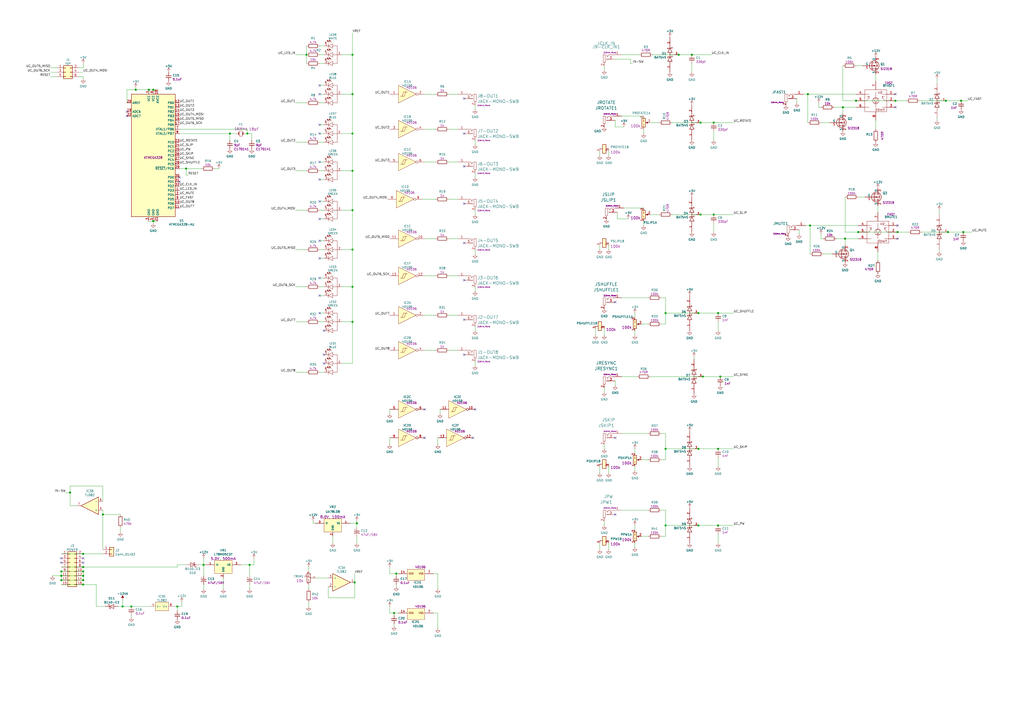
<source format=kicad_sch>
(kicad_sch (version 20210621) (generator eeschema)
  (paper "A2")
  (junction (at 35.56 331.47) (diameter 1.016))
  (junction (at 35.56 334.01) (diameter 1.016))
  (junction (at 35.56 336.55) (diameter 1.016))
  (junction (at 40.64 285.75) (diameter 1.016))
  (junction (at 48.26 321.31) (diameter 1.016))
  (junction (at 48.26 328.93) (diameter 1.016))
  (junction (at 48.26 331.47) (diameter 1.016))
  (junction (at 48.26 334.01) (diameter 1.016))
  (junction (at 48.26 336.55) (diameter 1.016))
  (junction (at 48.26 339.09) (diameter 1.016))
  (junction (at 59.69 298.45) (diameter 1.016))
  (junction (at 71.12 351.79) (diameter 1.016))
  (junction (at 76.2 351.79) (diameter 1.016))
  (junction (at 78.74 52.07) (diameter 1.016))
  (junction (at 86.36 52.07) (diameter 1.016))
  (junction (at 88.9 52.07) (diameter 1.016))
  (junction (at 88.9 128.27) (diameter 1.016))
  (junction (at 102.87 351.79) (diameter 1.016))
  (junction (at 107.95 97.79) (diameter 1.016))
  (junction (at 118.11 327.66) (diameter 1.016))
  (junction (at 133.35 77.47) (diameter 1.016))
  (junction (at 143.51 77.47) (diameter 1.016))
  (junction (at 144.78 327.66) (diameter 1.016))
  (junction (at 177.8 31.75) (diameter 1.016))
  (junction (at 204.47 31.75) (diameter 1.016))
  (junction (at 204.47 54.61) (diameter 1.016))
  (junction (at 204.47 77.47) (diameter 1.016))
  (junction (at 204.47 99.06) (diameter 1.016))
  (junction (at 204.47 121.92) (diameter 1.016))
  (junction (at 204.47 144.78) (diameter 1.016))
  (junction (at 204.47 166.37) (diameter 1.016))
  (junction (at 204.47 186.69) (diameter 1.016))
  (junction (at 205.74 337.82) (diameter 1.016))
  (junction (at 207.01 303.53) (diameter 1.016))
  (junction (at 228.6 355.6) (diameter 1.016))
  (junction (at 229.87 332.74) (diameter 1.016))
  (junction (at 386.08 181.61) (diameter 1.016))
  (junction (at 386.08 260.35) (diameter 1.016))
  (junction (at 386.08 304.8) (diameter 1.016))
  (junction (at 393.7 31.75) (diameter 1.016))
  (junction (at 401.32 31.75) (diameter 1.016))
  (junction (at 405.13 181.61) (diameter 1.016))
  (junction (at 405.13 260.35) (diameter 1.016))
  (junction (at 405.13 304.8) (diameter 1.016))
  (junction (at 406.4 71.12) (diameter 1.016))
  (junction (at 406.4 124.46) (diameter 1.016))
  (junction (at 407.67 218.44) (diameter 1.016))
  (junction (at 414.02 71.12) (diameter 1.016))
  (junction (at 414.02 124.46) (diameter 1.016))
  (junction (at 416.56 181.61) (diameter 1.016))
  (junction (at 416.56 260.35) (diameter 1.016))
  (junction (at 416.56 304.8) (diameter 1.016))
  (junction (at 417.83 218.44) (diameter 1.016))
  (junction (at 468.63 54.61) (diameter 1.016))
  (junction (at 469.9 130.81) (diameter 1.016))
  (junction (at 488.95 62.23) (diameter 1.016))
  (junction (at 490.22 138.43) (diameter 1.016))
  (junction (at 496.57 58.42) (diameter 1.016))
  (junction (at 497.84 134.62) (diameter 1.016))
  (junction (at 519.43 58.42) (diameter 1.016))
  (junction (at 520.7 134.62) (diameter 1.016))
  (junction (at 548.64 58.42) (diameter 1.016))
  (junction (at 549.91 134.62) (diameter 1.016))
  (junction (at 557.53 58.42) (diameter 1.016))
  (junction (at 558.8 134.62) (diameter 1.016))
  (no_connect (at 35.56 323.85))
  (no_connect (at 35.56 326.39))
  (no_connect (at 48.26 323.85))
  (no_connect (at 48.26 326.39))
  (no_connect (at 73.66 64.77))
  (no_connect (at 73.66 67.31))
  (no_connect (at 104.14 102.87))
  (no_connect (at 104.14 105.41))
  (no_connect (at 185.42 49.53))
  (no_connect (at 185.42 54.61))
  (no_connect (at 185.42 72.39))
  (no_connect (at 185.42 77.47))
  (no_connect (at 185.42 93.98))
  (no_connect (at 185.42 104.14))
  (no_connect (at 185.42 116.84))
  (no_connect (at 185.42 127))
  (no_connect (at 185.42 139.7))
  (no_connect (at 185.42 149.86))
  (no_connect (at 185.42 161.29))
  (no_connect (at 185.42 171.45))
  (no_connect (at 185.42 181.61))
  (no_connect (at 187.96 191.77))
  (no_connect (at 187.96 205.74))
  (no_connect (at 187.96 210.82))
  (no_connect (at 246.38 237.49))
  (no_connect (at 246.38 254))
  (no_connect (at 269.24 57.15))
  (no_connect (at 269.24 77.47))
  (no_connect (at 269.24 96.52))
  (no_connect (at 269.24 118.11))
  (no_connect (at 269.24 140.97))
  (no_connect (at 269.24 162.56))
  (no_connect (at 269.24 185.42))
  (no_connect (at 269.24 205.74))
  (no_connect (at 274.32 254))
  (no_connect (at 275.59 237.49))
  (no_connect (at 356.87 175.26))
  (no_connect (at 356.87 254))
  (no_connect (at 356.87 298.45))
  (no_connect (at 519.43 54.61))
  (no_connect (at 519.43 62.23))
  (no_connect (at 520.7 130.81))
  (no_connect (at 520.7 138.43))
  (wire (pts (xy 29.21 39.37) (xy 33.02 39.37)))
  (wire (pts (xy 29.21 41.91) (xy 33.02 41.91)))
  (wire (pts (xy 29.21 44.45) (xy 33.02 44.45)))
  (wire (pts (xy 30.48 334.01) (xy 35.56 334.01)))
  (wire (pts (xy 35.56 321.31) (xy 48.26 321.31)))
  (wire (pts (xy 35.56 328.93) (xy 48.26 328.93)))
  (wire (pts (xy 35.56 331.47) (xy 35.56 334.01)))
  (wire (pts (xy 35.56 331.47) (xy 48.26 331.47)))
  (wire (pts (xy 35.56 334.01) (xy 35.56 336.55)))
  (wire (pts (xy 35.56 334.01) (xy 48.26 334.01)))
  (wire (pts (xy 35.56 336.55) (xy 48.26 336.55)))
  (wire (pts (xy 35.56 339.09) (xy 48.26 339.09)))
  (wire (pts (xy 38.1 285.75) (xy 40.64 285.75)))
  (wire (pts (xy 40.64 281.94) (xy 59.69 281.94)))
  (wire (pts (xy 40.64 285.75) (xy 40.64 281.94)))
  (wire (pts (xy 40.64 293.37) (xy 40.64 285.75)))
  (wire (pts (xy 44.45 293.37) (xy 40.64 293.37)))
  (wire (pts (xy 45.72 41.91) (xy 48.26 41.91)))
  (wire (pts (xy 45.72 44.45) (xy 48.26 44.45)))
  (wire (pts (xy 48.26 36.83) (xy 48.26 39.37)))
  (wire (pts (xy 48.26 39.37) (xy 45.72 39.37)))
  (wire (pts (xy 48.26 44.45) (xy 48.26 45.72)))
  (wire (pts (xy 48.26 321.31) (xy 59.69 321.31)))
  (wire (pts (xy 48.26 328.93) (xy 102.87 328.93)))
  (wire (pts (xy 48.26 331.47) (xy 48.26 334.01)))
  (wire (pts (xy 48.26 334.01) (xy 48.26 336.55)))
  (wire (pts (xy 48.26 339.09) (xy 55.88 339.09)))
  (wire (pts (xy 55.88 351.79) (xy 55.88 339.09)))
  (wire (pts (xy 59.69 281.94) (xy 59.69 290.83)))
  (wire (pts (xy 59.69 295.91) (xy 59.69 298.45)))
  (wire (pts (xy 59.69 298.45) (xy 59.69 318.77)))
  (wire (pts (xy 59.69 298.45) (xy 69.85 298.45)))
  (wire (pts (xy 60.96 351.79) (xy 55.88 351.79)))
  (wire (pts (xy 68.58 351.79) (xy 71.12 351.79)))
  (wire (pts (xy 69.85 306.07) (xy 69.85 308.61)))
  (wire (pts (xy 71.12 347.98) (xy 71.12 351.79)))
  (wire (pts (xy 71.12 351.79) (xy 76.2 351.79)))
  (wire (pts (xy 73.66 52.07) (xy 78.74 52.07)))
  (wire (pts (xy 73.66 59.69) (xy 73.66 52.07)))
  (wire (pts (xy 76.2 351.79) (xy 87.63 351.79)))
  (wire (pts (xy 76.2 356.87) (xy 76.2 358.14)))
  (wire (pts (xy 78.74 50.8) (xy 78.74 52.07)))
  (wire (pts (xy 78.74 52.07) (xy 86.36 52.07)))
  (wire (pts (xy 86.36 52.07) (xy 88.9 52.07)))
  (wire (pts (xy 86.36 128.27) (xy 88.9 128.27)))
  (wire (pts (xy 88.9 52.07) (xy 91.44 52.07)))
  (wire (pts (xy 88.9 128.27) (xy 88.9 129.54)))
  (wire (pts (xy 88.9 128.27) (xy 91.44 128.27)))
  (wire (pts (xy 100.33 351.79) (xy 102.87 351.79)))
  (wire (pts (xy 102.87 327.66) (xy 107.95 327.66)))
  (wire (pts (xy 102.87 328.93) (xy 102.87 327.66)))
  (wire (pts (xy 102.87 351.79) (xy 102.87 354.33)))
  (wire (pts (xy 102.87 351.79) (xy 105.41 351.79)))
  (wire (pts (xy 104.14 74.93) (xy 143.51 74.93)))
  (wire (pts (xy 104.14 77.47) (xy 133.35 77.47)))
  (wire (pts (xy 104.14 97.79) (xy 107.95 97.79)))
  (wire (pts (xy 105.41 351.79) (xy 105.41 349.25)))
  (wire (pts (xy 107.95 97.79) (xy 116.84 97.79)))
  (wire (pts (xy 107.95 101.6) (xy 107.95 97.79)))
  (wire (pts (xy 109.22 101.6) (xy 107.95 101.6)))
  (wire (pts (xy 115.57 327.66) (xy 118.11 327.66)))
  (wire (pts (xy 118.11 323.85) (xy 118.11 327.66)))
  (wire (pts (xy 118.11 327.66) (xy 118.11 334.01)))
  (wire (pts (xy 118.11 327.66) (xy 119.38 327.66)))
  (wire (pts (xy 118.11 339.09) (xy 118.11 341.63)))
  (wire (pts (xy 124.46 97.79) (xy 127 97.79)))
  (wire (pts (xy 129.54 335.28) (xy 129.54 341.63)))
  (wire (pts (xy 133.35 77.47) (xy 133.35 81.28)))
  (wire (pts (xy 133.35 77.47) (xy 137.16 77.47)))
  (wire (pts (xy 139.7 327.66) (xy 144.78 327.66)))
  (wire (pts (xy 142.24 77.47) (xy 143.51 77.47)))
  (wire (pts (xy 143.51 74.93) (xy 143.51 77.47)))
  (wire (pts (xy 143.51 77.47) (xy 146.05 77.47)))
  (wire (pts (xy 144.78 327.66) (xy 144.78 334.01)))
  (wire (pts (xy 144.78 339.09) (xy 144.78 341.63)))
  (wire (pts (xy 146.05 77.47) (xy 146.05 81.28)))
  (wire (pts (xy 147.32 323.85) (xy 147.32 327.66)))
  (wire (pts (xy 147.32 327.66) (xy 144.78 327.66)))
  (wire (pts (xy 171.45 31.75) (xy 177.8 31.75)))
  (wire (pts (xy 171.45 59.69) (xy 177.8 59.69)))
  (wire (pts (xy 171.45 82.55) (xy 177.8 82.55)))
  (wire (pts (xy 171.45 99.06) (xy 177.8 99.06)))
  (wire (pts (xy 171.45 121.92) (xy 177.8 121.92)))
  (wire (pts (xy 171.45 144.78) (xy 177.8 144.78)))
  (wire (pts (xy 171.45 166.37) (xy 177.8 166.37)))
  (wire (pts (xy 171.45 186.69) (xy 177.8 186.69)))
  (wire (pts (xy 171.45 215.9) (xy 177.8 215.9)))
  (wire (pts (xy 177.8 26.67) (xy 177.8 31.75)))
  (wire (pts (xy 177.8 31.75) (xy 177.8 36.83)))
  (wire (pts (xy 179.07 328.93) (xy 179.07 331.47)))
  (wire (pts (xy 179.07 339.09) (xy 179.07 341.63)))
  (wire (pts (xy 179.07 349.25) (xy 179.07 351.79)))
  (wire (pts (xy 181.61 303.53) (xy 181.61 302.26)))
  (wire (pts (xy 182.88 303.53) (xy 181.61 303.53)))
  (wire (pts (xy 182.88 335.28) (xy 190.5 335.28)))
  (wire (pts (xy 185.42 26.67) (xy 187.96 26.67)))
  (wire (pts (xy 185.42 31.75) (xy 187.96 31.75)))
  (wire (pts (xy 185.42 36.83) (xy 187.96 36.83)))
  (wire (pts (xy 185.42 49.53) (xy 187.96 49.53)))
  (wire (pts (xy 185.42 54.61) (xy 187.96 54.61)))
  (wire (pts (xy 185.42 59.69) (xy 187.96 59.69)))
  (wire (pts (xy 185.42 72.39) (xy 187.96 72.39)))
  (wire (pts (xy 185.42 77.47) (xy 187.96 77.47)))
  (wire (pts (xy 185.42 82.55) (xy 187.96 82.55)))
  (wire (pts (xy 185.42 93.98) (xy 187.96 93.98)))
  (wire (pts (xy 185.42 99.06) (xy 187.96 99.06)))
  (wire (pts (xy 185.42 104.14) (xy 187.96 104.14)))
  (wire (pts (xy 185.42 116.84) (xy 187.96 116.84)))
  (wire (pts (xy 185.42 121.92) (xy 187.96 121.92)))
  (wire (pts (xy 185.42 127) (xy 187.96 127)))
  (wire (pts (xy 185.42 139.7) (xy 187.96 139.7)))
  (wire (pts (xy 185.42 144.78) (xy 187.96 144.78)))
  (wire (pts (xy 185.42 149.86) (xy 187.96 149.86)))
  (wire (pts (xy 185.42 161.29) (xy 187.96 161.29)))
  (wire (pts (xy 185.42 166.37) (xy 187.96 166.37)))
  (wire (pts (xy 185.42 171.45) (xy 187.96 171.45)))
  (wire (pts (xy 185.42 181.61) (xy 187.96 181.61)))
  (wire (pts (xy 185.42 186.69) (xy 187.96 186.69)))
  (wire (pts (xy 185.42 215.9) (xy 187.96 215.9)))
  (wire (pts (xy 190.5 340.36) (xy 190.5 346.71)))
  (wire (pts (xy 190.5 346.71) (xy 205.74 346.71)))
  (wire (pts (xy 193.04 311.15) (xy 193.04 314.96)))
  (wire (pts (xy 198.12 31.75) (xy 204.47 31.75)))
  (wire (pts (xy 198.12 54.61) (xy 204.47 54.61)))
  (wire (pts (xy 198.12 77.47) (xy 204.47 77.47)))
  (wire (pts (xy 198.12 99.06) (xy 204.47 99.06)))
  (wire (pts (xy 198.12 121.92) (xy 204.47 121.92)))
  (wire (pts (xy 198.12 144.78) (xy 204.47 144.78)))
  (wire (pts (xy 198.12 166.37) (xy 204.47 166.37)))
  (wire (pts (xy 198.12 186.69) (xy 204.47 186.69)))
  (wire (pts (xy 198.12 210.82) (xy 204.47 210.82)))
  (wire (pts (xy 203.2 303.53) (xy 207.01 303.53)))
  (wire (pts (xy 204.47 19.05) (xy 204.47 31.75)))
  (wire (pts (xy 204.47 54.61) (xy 204.47 31.75)))
  (wire (pts (xy 204.47 77.47) (xy 204.47 54.61)))
  (wire (pts (xy 204.47 99.06) (xy 204.47 77.47)))
  (wire (pts (xy 204.47 121.92) (xy 204.47 99.06)))
  (wire (pts (xy 204.47 144.78) (xy 204.47 121.92)))
  (wire (pts (xy 204.47 144.78) (xy 204.47 166.37)))
  (wire (pts (xy 204.47 166.37) (xy 204.47 186.69)))
  (wire (pts (xy 204.47 186.69) (xy 204.47 210.82)))
  (wire (pts (xy 205.74 332.74) (xy 205.74 337.82)))
  (wire (pts (xy 205.74 346.71) (xy 205.74 337.82)))
  (wire (pts (xy 207.01 302.26) (xy 207.01 303.53)))
  (wire (pts (xy 207.01 303.53) (xy 207.01 306.07)))
  (wire (pts (xy 207.01 311.15) (xy 207.01 314.96)))
  (wire (pts (xy 226.06 240.03) (xy 226.06 237.49)))
  (wire (pts (xy 226.06 254) (xy 226.06 257.81)))
  (wire (pts (xy 226.06 328.93) (xy 226.06 332.74)))
  (wire (pts (xy 226.06 332.74) (xy 229.87 332.74)))
  (wire (pts (xy 226.06 351.79) (xy 226.06 355.6)))
  (wire (pts (xy 226.06 355.6) (xy 228.6 355.6)))
  (wire (pts (xy 228.6 355.6) (xy 228.6 356.87)))
  (wire (pts (xy 228.6 355.6) (xy 231.14 355.6)))
  (wire (pts (xy 228.6 361.95) (xy 228.6 363.22)))
  (wire (pts (xy 229.87 332.74) (xy 229.87 334.01)))
  (wire (pts (xy 229.87 332.74) (xy 231.14 332.74)))
  (wire (pts (xy 229.87 339.09) (xy 229.87 340.36)))
  (wire (pts (xy 245.11 115.57) (xy 252.73 115.57)))
  (wire (pts (xy 246.38 54.61) (xy 252.73 54.61)))
  (wire (pts (xy 246.38 74.93) (xy 252.73 74.93)))
  (wire (pts (xy 246.38 93.98) (xy 252.73 93.98)))
  (wire (pts (xy 246.38 138.43) (xy 252.73 138.43)))
  (wire (pts (xy 246.38 160.02) (xy 252.73 160.02)))
  (wire (pts (xy 246.38 182.88) (xy 252.73 182.88)))
  (wire (pts (xy 246.38 203.2) (xy 252.73 203.2)))
  (wire (pts (xy 251.46 332.74) (xy 254 332.74)))
  (wire (pts (xy 251.46 355.6) (xy 254 355.6)))
  (wire (pts (xy 254 254) (xy 254 257.81)))
  (wire (pts (xy 254 332.74) (xy 254 341.63)))
  (wire (pts (xy 254 355.6) (xy 254 364.49)))
  (wire (pts (xy 255.27 237.49) (xy 255.27 240.03)))
  (wire (pts (xy 260.35 54.61) (xy 265.43 54.61)))
  (wire (pts (xy 260.35 74.93) (xy 265.43 74.93)))
  (wire (pts (xy 260.35 93.98) (xy 265.43 93.98)))
  (wire (pts (xy 260.35 115.57) (xy 265.43 115.57)))
  (wire (pts (xy 260.35 138.43) (xy 265.43 138.43)))
  (wire (pts (xy 260.35 160.02) (xy 265.43 160.02)))
  (wire (pts (xy 260.35 182.88) (xy 265.43 182.88)))
  (wire (pts (xy 260.35 203.2) (xy 265.43 203.2)))
  (wire (pts (xy 275.59 60.96) (xy 275.59 63.5)))
  (wire (pts (xy 275.59 81.28) (xy 275.59 83.82)))
  (wire (pts (xy 275.59 100.33) (xy 275.59 102.87)))
  (wire (pts (xy 275.59 121.92) (xy 275.59 124.46)))
  (wire (pts (xy 275.59 144.78) (xy 275.59 147.32)))
  (wire (pts (xy 275.59 166.37) (xy 275.59 168.91)))
  (wire (pts (xy 275.59 189.23) (xy 275.59 191.77)))
  (wire (pts (xy 275.59 209.55) (xy 275.59 212.09)))
  (wire (pts (xy 345.44 190.5) (xy 345.44 194.31)))
  (wire (pts (xy 347.98 87.63) (xy 347.98 90.17)))
  (wire (pts (xy 347.98 142.24) (xy 347.98 144.78)))
  (wire (pts (xy 347.98 270.51) (xy 347.98 274.32)))
  (wire (pts (xy 347.98 314.96) (xy 347.98 318.77)))
  (wire (pts (xy 350.52 38.1) (xy 350.52 40.64)))
  (wire (pts (xy 350.52 190.5) (xy 350.52 194.31)))
  (wire (pts (xy 350.52 224.79) (xy 350.52 227.33)))
  (wire (pts (xy 350.52 257.81) (xy 350.52 260.35)))
  (wire (pts (xy 350.52 302.26) (xy 350.52 304.8)))
  (wire (pts (xy 353.06 87.63) (xy 353.06 90.17)))
  (wire (pts (xy 353.06 142.24) (xy 353.06 144.78)))
  (wire (pts (xy 353.06 270.51) (xy 353.06 274.32)))
  (wire (pts (xy 353.06 314.96) (xy 353.06 318.77)))
  (wire (pts (xy 356.87 34.29) (xy 365.76 34.29)))
  (wire (pts (xy 356.87 69.85) (xy 356.87 73.66)))
  (wire (pts (xy 356.87 73.66) (xy 361.95 73.66)))
  (wire (pts (xy 356.87 220.98) (xy 356.87 223.52)))
  (wire (pts (xy 358.14 123.19) (xy 358.14 127)))
  (wire (pts (xy 358.14 127) (xy 364.49 127)))
  (wire (pts (xy 360.68 31.75) (xy 370.84 31.75)))
  (wire (pts (xy 360.68 67.31) (xy 373.38 67.31)))
  (wire (pts (xy 360.68 172.72) (xy 375.92 172.72)))
  (wire (pts (xy 360.68 218.44) (xy 369.57 218.44)))
  (wire (pts (xy 360.68 251.46) (xy 375.92 251.46)))
  (wire (pts (xy 360.68 295.91) (xy 375.92 295.91)))
  (wire (pts (xy 361.95 120.65) (xy 373.38 120.65)))
  (wire (pts (xy 365.76 34.29) (xy 365.76 36.83)))
  (wire (pts (xy 365.76 36.83) (xy 367.03 36.83)))
  (wire (pts (xy 368.3 181.61) (xy 368.3 184.15)))
  (wire (pts (xy 368.3 191.77) (xy 368.3 194.31)))
  (wire (pts (xy 368.3 260.35) (xy 368.3 262.89)))
  (wire (pts (xy 368.3 270.51) (xy 368.3 273.05)))
  (wire (pts (xy 368.3 304.8) (xy 368.3 307.34)))
  (wire (pts (xy 368.3 314.96) (xy 368.3 317.5)))
  (wire (pts (xy 372.11 187.96) (xy 375.92 187.96)))
  (wire (pts (xy 372.11 266.7) (xy 375.92 266.7)))
  (wire (pts (xy 372.11 311.15) (xy 375.92 311.15)))
  (wire (pts (xy 373.38 74.93) (xy 373.38 77.47)))
  (wire (pts (xy 373.38 128.27) (xy 373.38 130.81)))
  (wire (pts (xy 377.19 71.12) (xy 382.27 71.12)))
  (wire (pts (xy 377.19 124.46) (xy 382.27 124.46)))
  (wire (pts (xy 377.19 218.44) (xy 407.67 218.44)))
  (wire (pts (xy 378.46 31.75) (xy 393.7 31.75)))
  (wire (pts (xy 383.54 187.96) (xy 386.08 187.96)))
  (wire (pts (xy 383.54 266.7) (xy 386.08 266.7)))
  (wire (pts (xy 383.54 311.15) (xy 386.08 311.15)))
  (wire (pts (xy 386.08 172.72) (xy 383.54 172.72)))
  (wire (pts (xy 386.08 181.61) (xy 386.08 172.72)))
  (wire (pts (xy 386.08 181.61) (xy 405.13 181.61)))
  (wire (pts (xy 386.08 187.96) (xy 386.08 181.61)))
  (wire (pts (xy 386.08 251.46) (xy 383.54 251.46)))
  (wire (pts (xy 386.08 260.35) (xy 386.08 251.46)))
  (wire (pts (xy 386.08 260.35) (xy 405.13 260.35)))
  (wire (pts (xy 386.08 266.7) (xy 386.08 260.35)))
  (wire (pts (xy 386.08 295.91) (xy 383.54 295.91)))
  (wire (pts (xy 386.08 304.8) (xy 386.08 295.91)))
  (wire (pts (xy 386.08 304.8) (xy 405.13 304.8)))
  (wire (pts (xy 386.08 311.15) (xy 386.08 304.8)))
  (wire (pts (xy 389.89 71.12) (xy 406.4 71.12)))
  (wire (pts (xy 389.89 124.46) (xy 406.4 124.46)))
  (wire (pts (xy 393.7 31.75) (xy 401.32 31.75)))
  (wire (pts (xy 401.32 31.75) (xy 412.75 31.75)))
  (wire (pts (xy 401.32 36.83) (xy 401.32 41.91)))
  (wire (pts (xy 402.59 207.01) (xy 402.59 208.28)))
  (wire (pts (xy 405.13 181.61) (xy 416.56 181.61)))
  (wire (pts (xy 405.13 260.35) (xy 416.56 260.35)))
  (wire (pts (xy 405.13 304.8) (xy 416.56 304.8)))
  (wire (pts (xy 406.4 71.12) (xy 414.02 71.12)))
  (wire (pts (xy 406.4 124.46) (xy 414.02 124.46)))
  (wire (pts (xy 407.67 218.44) (xy 417.83 218.44)))
  (wire (pts (xy 414.02 71.12) (xy 425.45 71.12)))
  (wire (pts (xy 414.02 76.2) (xy 414.02 81.28)))
  (wire (pts (xy 414.02 124.46) (xy 425.45 124.46)))
  (wire (pts (xy 414.02 129.54) (xy 414.02 134.62)))
  (wire (pts (xy 416.56 181.61) (xy 425.45 181.61)))
  (wire (pts (xy 416.56 186.69) (xy 416.56 191.77)))
  (wire (pts (xy 416.56 260.35) (xy 425.45 260.35)))
  (wire (pts (xy 416.56 265.43) (xy 416.56 270.51)))
  (wire (pts (xy 416.56 304.8) (xy 425.45 304.8)))
  (wire (pts (xy 416.56 309.88) (xy 416.56 314.96)))
  (wire (pts (xy 417.83 218.44) (xy 425.45 218.44)))
  (wire (pts (xy 462.28 57.15) (xy 462.28 59.69)))
  (wire (pts (xy 463.55 133.35) (xy 463.55 135.89)))
  (wire (pts (xy 468.63 54.61) (xy 466.09 54.61)))
  (wire (pts (xy 468.63 54.61) (xy 468.63 71.12)))
  (wire (pts (xy 469.9 130.81) (xy 467.36 130.81)))
  (wire (pts (xy 469.9 130.81) (xy 469.9 147.32)))
  (wire (pts (xy 474.98 59.69) (xy 474.98 62.23)))
  (wire (pts (xy 474.98 62.23) (xy 476.25 62.23)))
  (wire (pts (xy 476.25 135.89) (xy 476.25 138.43)))
  (wire (pts (xy 476.25 138.43) (xy 477.52 138.43)))
  (wire (pts (xy 481.33 71.12) (xy 476.25 71.12)))
  (wire (pts (xy 482.6 147.32) (xy 477.52 147.32)))
  (wire (pts (xy 488.95 58.42) (xy 488.95 38.1)))
  (wire (pts (xy 488.95 62.23) (xy 483.87 62.23)))
  (wire (pts (xy 488.95 62.23) (xy 488.95 66.04)))
  (wire (pts (xy 490.22 134.62) (xy 490.22 114.3)))
  (wire (pts (xy 490.22 138.43) (xy 485.14 138.43)))
  (wire (pts (xy 490.22 138.43) (xy 490.22 142.24)))
  (wire (pts (xy 496.57 54.61) (xy 468.63 54.61)))
  (wire (pts (xy 496.57 58.42) (xy 488.95 58.42)))
  (wire (pts (xy 496.57 58.42) (xy 519.43 58.42)))
  (wire (pts (xy 496.57 62.23) (xy 488.95 62.23)))
  (wire (pts (xy 497.84 130.81) (xy 469.9 130.81)))
  (wire (pts (xy 497.84 134.62) (xy 490.22 134.62)))
  (wire (pts (xy 497.84 134.62) (xy 520.7 134.62)))
  (wire (pts (xy 497.84 138.43) (xy 490.22 138.43)))
  (wire (pts (xy 500.38 38.1) (xy 496.57 38.1)))
  (wire (pts (xy 501.65 114.3) (xy 497.84 114.3)))
  (wire (pts (xy 508 43.18) (xy 508 46.99)))
  (wire (pts (xy 508 69.85) (xy 508 74.93)))
  (wire (pts (xy 509.27 119.38) (xy 509.27 123.19)))
  (wire (pts (xy 509.27 146.05) (xy 509.27 151.13)))
  (wire (pts (xy 525.78 58.42) (xy 519.43 58.42)))
  (wire (pts (xy 527.05 134.62) (xy 520.7 134.62)))
  (wire (pts (xy 543.56 45.72) (xy 543.56 48.26)))
  (wire (pts (xy 543.56 68.58) (xy 543.56 69.85)))
  (wire (pts (xy 544.83 121.92) (xy 544.83 124.46)))
  (wire (pts (xy 544.83 144.78) (xy 544.83 146.05)))
  (wire (pts (xy 548.64 58.42) (xy 533.4 58.42)))
  (wire (pts (xy 549.91 134.62) (xy 534.67 134.62)))
  (wire (pts (xy 557.53 58.42) (xy 548.64 58.42)))
  (wire (pts (xy 558.8 134.62) (xy 549.91 134.62)))
  (wire (pts (xy 561.34 58.42) (xy 557.53 58.42)))
  (wire (pts (xy 563.88 134.62) (xy 558.8 134.62)))
  (label "UC_OUT5_MISO" (at 29.21 39.37 180))
  (label "UC_OUT6_SCK" (at 29.21 41.91 180))
  (label "RESET" (at 29.21 44.45 180))
  (label "IN-SW" (at 38.1 285.75 180))
  (label "UC_OUT4_MOSI" (at 48.26 41.91 0))
  (label "UC_OUT1" (at 104.14 59.69 0))
  (label "UC_OUT2" (at 104.14 62.23 0))
  (label "UC_OUT3" (at 104.14 64.77 0))
  (label "UC_OUT4_MOSI" (at 104.14 67.31 0))
  (label "UC_OUT5_MISO" (at 104.14 69.85 0))
  (label "UC_OUT6_SCK" (at 104.14 72.39 0))
  (label "UC_ROTATE" (at 104.14 82.55 0))
  (label "UC_SLIP" (at 104.14 85.09 0))
  (label "UC_PW" (at 104.14 87.63 0))
  (label "UC_SKIP" (at 104.14 90.17 0))
  (label "UC_SYNC" (at 104.14 92.71 0))
  (label "UC_SHUFFLE" (at 104.14 95.25 0))
  (label "UC_CLK_IN" (at 104.14 107.95 0))
  (label "UC_LED_IN" (at 104.14 110.49 0))
  (label "UC_MUTE" (at 104.14 113.03 0))
  (label "UC_FAST" (at 104.14 115.57 0))
  (label "UC_OUT8" (at 104.14 118.11 0))
  (label "UC_OUT7" (at 104.14 120.65 0))
  (label "RESET" (at 109.22 101.6 0))
  (label "UC_LED_IN" (at 171.45 31.75 180))
  (label "UC_OUT1" (at 171.45 59.69 180))
  (label "UC_OUT2" (at 171.45 82.55 180))
  (label "UC_OUT3" (at 171.45 99.06 180))
  (label "UC_OUT4_MOSI" (at 171.45 121.92 180))
  (label "UC_OUT5_MISO" (at 171.45 144.78 180))
  (label "UC_OUT6_SCK" (at 171.45 166.37 180))
  (label "UC_OUT7" (at 171.45 186.69 180))
  (label "UC_OUT8" (at 171.45 215.9 180))
  (label "VREF" (at 204.47 19.05 0))
  (label "VREF" (at 205.74 332.74 0))
  (label "UC_OUT4_MOSI" (at 224.79 115.57 180))
  (label "UC_OUT1" (at 226.06 54.61 180))
  (label "UC_OUT2" (at 226.06 74.93 180))
  (label "UC_OUT3" (at 226.06 93.98 180))
  (label "UC_OUT5_MISO" (at 226.06 138.43 180))
  (label "UC_OUT6_SCK" (at 226.06 160.02 180))
  (label "UC_OUT7" (at 226.06 182.88 180))
  (label "UC_OUT8" (at 226.06 203.2 180))
  (label "IN-SW" (at 367.03 36.83 0))
  (label "UC_CLK_IN" (at 412.75 31.75 0))
  (label "UC_ROTATE" (at 425.45 71.12 0))
  (label "UC_SLIP" (at 425.45 124.46 0))
  (label "UC_SHUFFLE" (at 425.45 181.61 0))
  (label "UC_SYNC" (at 425.45 218.44 0))
  (label "UC_SKIP" (at 425.45 260.35 0))
  (label "UC_PW" (at 425.45 304.8 0))
  (label "UC_FAST" (at 561.34 58.42 0))
  (label "UC_MUTE" (at 563.88 134.62 0))
  (symbol (lib_id "4ms_Power_Symbol:+5V") (at 48.26 36.83 0) (unit 1)
    (property "Reference" "#PWR0144" (effects hide))
    (property "Value" "+5V" (at 48.26 33.2826 0))
  )
  (symbol (lib_id "4ms_Power_Symbol:-12VA") (at 71.12 347.98 0) (unit 1)
    (property "Reference" "#PWR0209" (effects hide))
    (property "Value" "-12VA" (at 71.12 344.4326 0))
  )
  (symbol (lib_id "4ms_Power_Symbol:+5V") (at 78.74 50.8 0) (unit 1)
    (property "Reference" "#PWR0146" (effects hide))
    (property "Value" "+5V" (at 78.74 47.2526 0))
  )
  (symbol (lib_id "4ms_Power_Symbol:+5V") (at 97.79 41.91 0) (unit 1)
    (property "Reference" "#PWR0156" (effects hide))
    (property "Value" "+5V" (at 97.79 38.3626 0))
  )
  (symbol (lib_id "4ms_Power_Symbol:+12V") (at 105.41 349.25 0) (unit 1)
    (property "Reference" "#PWR0137" (effects hide))
    (property "Value" "+12V" (at 105.41 345.7026 0))
  )
  (symbol (lib_id "4ms_Power_Symbol:+12V") (at 118.11 323.85 0) (unit 1)
    (property "Reference" "#PWR0139" (effects hide))
    (property "Value" "+12V" (at 118.11 320.3026 0))
  )
  (symbol (lib_id "4ms_Power_Symbol:+5V") (at 127 97.79 0) (unit 1)
    (property "Reference" "#PWR0148" (effects hide))
    (property "Value" "+5V" (at 127 94.2426 0))
  )
  (symbol (lib_id "4ms_Power_Symbol:+5V") (at 147.32 323.85 0) (unit 1)
    (property "Reference" "#PWR0152" (effects hide))
    (property "Value" "+5V" (at 147.32 320.3026 0))
  )
  (symbol (lib_id "4ms_Power_Symbol:+5V") (at 179.07 328.93 0) (unit 1)
    (property "Reference" "#PWR0153" (effects hide))
    (property "Value" "+5V" (at 179.07 325.3826 0))
  )
  (symbol (lib_id "4ms_Power_Symbol:+12V") (at 181.61 302.26 0) (unit 1)
    (property "Reference" "#PWR0134" (effects hide))
    (property "Value" "+12V" (at 181.61 298.7126 0))
  )
  (symbol (lib_id "4ms_Power_Symbol:+9V") (at 207.01 302.26 0) (unit 1)
    (property "Reference" "#PWR0131" (effects hide))
    (property "Value" "+9V" (at 207.01 298.7126 0))
  )
  (symbol (lib_id "4ms_Power_Symbol:+9V") (at 226.06 328.93 0) (unit 1)
    (property "Reference" "#PWR0143" (effects hide))
    (property "Value" "+9V" (at 226.06 325.3826 0))
  )
  (symbol (lib_id "4ms_Power_Symbol:+9V") (at 226.06 351.79 0) (unit 1)
    (property "Reference" "#PWR0142" (effects hide))
    (property "Value" "+9V" (at 226.06 348.2426 0))
  )
  (symbol (lib_id "4ms_Power_Symbol:+5V") (at 361.95 73.66 0) (unit 1)
    (property "Reference" "#PWR0193" (effects hide))
    (property "Value" "+5V" (at 361.95 70.1126 0))
  )
  (symbol (lib_id "4ms_Power_Symbol:+5V") (at 364.49 127 0) (unit 1)
    (property "Reference" "#PWR0168" (effects hide))
    (property "Value" "+5V" (at 364.49 123.4526 0))
  )
  (symbol (lib_id "4ms_Power_Symbol:+5V") (at 368.3 181.61 0) (unit 1)
    (property "Reference" "#PWR0164" (effects hide))
    (property "Value" "+5V" (at 368.3 178.0626 0))
  )
  (symbol (lib_id "4ms_Power_Symbol:+5V") (at 368.3 260.35 0) (unit 1)
    (property "Reference" "#PWR0106" (effects hide))
    (property "Value" "+5V" (at 368.3 256.8026 0))
  )
  (symbol (lib_id "4ms_Power_Symbol:+5V") (at 368.3 304.8 0) (unit 1)
    (property "Reference" "#PWR0116" (effects hide))
    (property "Value" "+5V" (at 368.3 301.2526 0))
  )
  (symbol (lib_id "4ms_Power_Symbol:+5V") (at 388.62 21.59 0) (unit 1)
    (property "Reference" "#PWR0195" (effects hide))
    (property "Value" "+5V" (at 388.62 18.0426 0))
  )
  (symbol (lib_id "4ms_Power_Symbol:+5V") (at 400.05 171.45 0) (unit 1)
    (property "Reference" "#PWR0163" (effects hide))
    (property "Value" "+5V" (at 400.05 167.9026 0))
  )
  (symbol (lib_id "4ms_Power_Symbol:+5V") (at 400.05 250.19 0) (unit 1)
    (property "Reference" "#PWR0103" (effects hide))
    (property "Value" "+5V" (at 400.05 246.6426 0))
  )
  (symbol (lib_id "4ms_Power_Symbol:+5V") (at 400.05 294.64 0) (unit 1)
    (property "Reference" "#PWR0125" (effects hide))
    (property "Value" "+5V" (at 400.05 291.0926 0))
  )
  (symbol (lib_id "4ms_Power_Symbol:+5V") (at 401.32 60.96 0) (unit 1)
    (property "Reference" "#PWR0199" (effects hide))
    (property "Value" "+5V" (at 401.32 57.4126 0))
  )
  (symbol (lib_id "4ms_Power_Symbol:+5V") (at 401.32 114.3 0) (unit 1)
    (property "Reference" "#PWR0167" (effects hide))
    (property "Value" "+5V" (at 401.32 110.7526 0))
  )
  (symbol (lib_id "4ms_Power_Symbol:+5V") (at 402.59 207.01 0) (unit 1)
    (property "Reference" "#PWR0110" (effects hide))
    (property "Value" "+5V" (at 402.59 203.4626 0))
  )
  (symbol (lib_id "4ms_Power_Symbol:+12V") (at 474.98 59.69 0) (mirror y) (unit 1)
    (property "Reference" "#PWR0175" (effects hide))
    (property "Value" "+12V" (at 474.98 56.1426 0))
  )
  (symbol (lib_id "4ms_Power_Symbol:+12V") (at 476.25 135.89 0) (mirror y) (unit 1)
    (property "Reference" "#PWR0160" (effects hide))
    (property "Value" "+12V" (at 476.25 132.3426 0))
  )
  (symbol (lib_id "4ms_Power_Symbol:+12V") (at 508 33.02 0) (mirror y) (unit 1)
    (property "Reference" "#PWR0173" (effects hide))
    (property "Value" "+12V" (at 508 29.4726 0))
  )
  (symbol (lib_id "4ms_Power_Symbol:+12V") (at 509.27 109.22 0) (mirror y) (unit 1)
    (property "Reference" "#PWR0161" (effects hide))
    (property "Value" "+12V" (at 509.27 105.6726 0))
  )
  (symbol (lib_id "4ms_Power_Symbol:+5V") (at 543.56 45.72 0) (mirror y) (unit 1)
    (property "Reference" "#PWR0177" (effects hide))
    (property "Value" "+5V" (at 543.56 42.1726 0))
  )
  (symbol (lib_id "4ms_Power_Symbol:+5V") (at 544.83 121.92 0) (mirror y) (unit 1)
    (property "Reference" "#PWR0205" (effects hide))
    (property "Value" "+5V" (at 544.83 118.3726 0))
  )
  (symbol (lib_id "4ms_Power_Symbol:GND") (at 30.48 334.01 0) (unit 1)
    (property "Reference" "#PWR0141" (effects hide))
    (property "Value" "GND" (at 30.48 338.3344 0))
  )
  (symbol (lib_id "4ms_Power_Symbol:GND") (at 48.26 45.72 0) (unit 1)
    (property "Reference" "#PWR0145" (effects hide))
    (property "Value" "GND" (at 48.26 50.0444 0))
  )
  (symbol (lib_id "4ms_Power_Symbol:GND") (at 69.85 308.61 0) (unit 1)
    (property "Reference" "#PWR0140" (effects hide))
    (property "Value" "GND" (at 69.85 312.9344 0))
  )
  (symbol (lib_id "4ms_Power_Symbol:GND") (at 76.2 358.14 0) (unit 1)
    (property "Reference" "#PWR0136" (effects hide))
    (property "Value" "GND" (at 76.2 362.4644 0))
  )
  (symbol (lib_id "4ms_Power_Symbol:GND") (at 88.9 129.54 0) (unit 1)
    (property "Reference" "#PWR0135" (effects hide))
    (property "Value" "GND" (at 88.9 133.8644 0))
  )
  (symbol (lib_id "4ms_Power_Symbol:GND") (at 97.79 46.99 0) (unit 1)
    (property "Reference" "#PWR0157" (effects hide))
    (property "Value" "GND" (at 97.79 51.3144 0))
  )
  (symbol (lib_id "4ms_Power_Symbol:GND") (at 102.87 359.41 0) (unit 1)
    (property "Reference" "#PWR0208" (effects hide))
    (property "Value" "GND" (at 102.87 363.7344 0))
  )
  (symbol (lib_id "4ms_Power_Symbol:GND") (at 118.11 341.63 0) (unit 1)
    (property "Reference" "#PWR0138" (effects hide))
    (property "Value" "GND" (at 118.11 345.9544 0))
  )
  (symbol (lib_id "4ms_Power_Symbol:GND") (at 129.54 341.63 0) (unit 1)
    (property "Reference" "#PWR0151" (effects hide))
    (property "Value" "GND" (at 129.54 345.9544 0))
  )
  (symbol (lib_id "4ms_Power_Symbol:GND") (at 133.35 86.36 0) (unit 1)
    (property "Reference" "#PWR0149" (effects hide))
    (property "Value" "GND" (at 133.35 90.6844 0))
  )
  (symbol (lib_id "4ms_Power_Symbol:GND") (at 144.78 341.63 0) (unit 1)
    (property "Reference" "#PWR0154" (effects hide))
    (property "Value" "GND" (at 144.78 345.9544 0))
  )
  (symbol (lib_id "4ms_Power_Symbol:GND") (at 146.05 86.36 0) (unit 1)
    (property "Reference" "#PWR0101" (effects hide))
    (property "Value" "GND" (at 146.05 90.6844 0))
  )
  (symbol (lib_id "4ms_Power_Symbol:GND") (at 179.07 351.79 0) (unit 1)
    (property "Reference" "#PWR0155" (effects hide))
    (property "Value" "GND" (at 179.07 356.1144 0))
  )
  (symbol (lib_id "4ms_Power_Symbol:GND") (at 193.04 314.96 0) (unit 1)
    (property "Reference" "#PWR0132" (effects hide))
    (property "Value" "GND" (at 193.04 319.2844 0))
  )
  (symbol (lib_id "4ms_Power_Symbol:GND") (at 207.01 314.96 0) (unit 1)
    (property "Reference" "#PWR0130" (effects hide))
    (property "Value" "GND" (at 207.01 319.2844 0))
  )
  (symbol (lib_id "4ms_Power_Symbol:GND") (at 226.06 240.03 0) (unit 1)
    (property "Reference" "#PWR0127" (effects hide))
    (property "Value" "GND" (at 226.06 244.3544 0))
  )
  (symbol (lib_id "4ms_Power_Symbol:GND") (at 226.06 257.81 0) (unit 1)
    (property "Reference" "#PWR0128" (effects hide))
    (property "Value" "GND" (at 226.06 262.1344 0))
  )
  (symbol (lib_id "4ms_Power_Symbol:GND") (at 228.6 363.22 0) (unit 1)
    (property "Reference" "#PWR0210" (effects hide))
    (property "Value" "GND" (at 228.6 367.5444 0))
  )
  (symbol (lib_id "4ms_Power_Symbol:GND") (at 229.87 340.36 0) (unit 1)
    (property "Reference" "#PWR0211" (effects hide))
    (property "Value" "GND" (at 229.87 344.6844 0))
  )
  (symbol (lib_id "4ms_Power_Symbol:GND") (at 254 257.81 0) (unit 1)
    (property "Reference" "#PWR0133" (effects hide))
    (property "Value" "GND" (at 254 262.1344 0))
  )
  (symbol (lib_id "4ms_Power_Symbol:GND") (at 254 341.63 0) (unit 1)
    (property "Reference" "#PWR0213" (effects hide))
    (property "Value" "GND" (at 254 345.9544 0))
  )
  (symbol (lib_id "4ms_Power_Symbol:GND") (at 254 364.49 0) (unit 1)
    (property "Reference" "#PWR0212" (effects hide))
    (property "Value" "GND" (at 254 368.8144 0))
  )
  (symbol (lib_id "4ms_Power_Symbol:GND") (at 255.27 240.03 0) (unit 1)
    (property "Reference" "#PWR0129" (effects hide))
    (property "Value" "GND" (at 255.27 244.3544 0))
  )
  (symbol (lib_id "4ms_Power_Symbol:GND") (at 275.59 63.5 0) (unit 1)
    (property "Reference" "#PWR0181" (effects hide))
    (property "Value" "GND" (at 275.59 67.8244 0))
  )
  (symbol (lib_id "4ms_Power_Symbol:GND") (at 275.59 83.82 0) (unit 1)
    (property "Reference" "#PWR0182" (effects hide))
    (property "Value" "GND" (at 275.59 88.1444 0))
  )
  (symbol (lib_id "4ms_Power_Symbol:GND") (at 275.59 102.87 0) (unit 1)
    (property "Reference" "#PWR0183" (effects hide))
    (property "Value" "GND" (at 275.59 107.1944 0))
  )
  (symbol (lib_id "4ms_Power_Symbol:GND") (at 275.59 124.46 0) (unit 1)
    (property "Reference" "#PWR0186" (effects hide))
    (property "Value" "GND" (at 275.59 128.7844 0))
  )
  (symbol (lib_id "4ms_Power_Symbol:GND") (at 275.59 147.32 0) (unit 1)
    (property "Reference" "#PWR0189" (effects hide))
    (property "Value" "GND" (at 275.59 151.6444 0))
  )
  (symbol (lib_id "4ms_Power_Symbol:GND") (at 275.59 168.91 0) (unit 1)
    (property "Reference" "#PWR0187" (effects hide))
    (property "Value" "GND" (at 275.59 173.2344 0))
  )
  (symbol (lib_id "4ms_Power_Symbol:GND") (at 275.59 191.77 0) (unit 1)
    (property "Reference" "#PWR0188" (effects hide))
    (property "Value" "GND" (at 275.59 196.0944 0))
  )
  (symbol (lib_id "4ms_Power_Symbol:GND") (at 275.59 212.09 0) (unit 1)
    (property "Reference" "#PWR0102" (effects hide))
    (property "Value" "GND" (at 275.59 216.4144 0))
  )
  (symbol (lib_id "4ms_Power_Symbol:GND") (at 345.44 194.31 0) (unit 1)
    (property "Reference" "#PWR0112" (effects hide))
    (property "Value" "GND" (at 345.44 198.6344 0))
  )
  (symbol (lib_id "4ms_Power_Symbol:GND") (at 347.98 90.17 0) (unit 1)
    (property "Reference" "#PWR0185" (effects hide))
    (property "Value" "GND" (at 347.98 94.4944 0))
  )
  (symbol (lib_id "4ms_Power_Symbol:GND") (at 347.98 144.78 0) (unit 1)
    (property "Reference" "#PWR0171" (effects hide))
    (property "Value" "GND" (at 347.98 149.1044 0))
  )
  (symbol (lib_id "4ms_Power_Symbol:GND") (at 347.98 274.32 0) (unit 1)
    (property "Reference" "#PWR0119" (effects hide))
    (property "Value" "GND" (at 347.98 278.6444 0))
  )
  (symbol (lib_id "4ms_Power_Symbol:GND") (at 347.98 318.77 0) (unit 1)
    (property "Reference" "#PWR0120" (effects hide))
    (property "Value" "GND" (at 347.98 323.0944 0))
  )
  (symbol (lib_id "4ms_Power_Symbol:GND") (at 350.52 40.64 0) (unit 1)
    (property "Reference" "#PWR0197" (effects hide))
    (property "Value" "GND" (at 350.52 44.9644 0))
  )
  (symbol (lib_id "4ms_Power_Symbol:GND") (at 350.52 73.66 0) (unit 1)
    (property "Reference" "#PWR0191" (effects hide))
    (property "Value" "GND" (at 346.71 76.0794 0))
  )
  (symbol (lib_id "4ms_Power_Symbol:GND") (at 350.52 179.07 0) (unit 1)
    (property "Reference" "#PWR0165" (effects hide))
    (property "Value" "GND" (at 350.52 183.3944 0))
  )
  (symbol (lib_id "4ms_Power_Symbol:GND") (at 350.52 194.31 0) (unit 1)
    (property "Reference" "#PWR0113" (effects hide))
    (property "Value" "GND" (at 350.52 198.6344 0))
  )
  (symbol (lib_id "4ms_Power_Symbol:GND") (at 350.52 227.33 0) (unit 1)
    (property "Reference" "#PWR0109" (effects hide))
    (property "Value" "GND" (at 350.52 231.6544 0))
  )
  (symbol (lib_id "4ms_Power_Symbol:GND") (at 350.52 260.35 0) (unit 1)
    (property "Reference" "#PWR0108" (effects hide))
    (property "Value" "GND" (at 350.52 264.6744 0))
  )
  (symbol (lib_id "4ms_Power_Symbol:GND") (at 350.52 304.8 0) (unit 1)
    (property "Reference" "#PWR0121" (effects hide))
    (property "Value" "GND" (at 350.52 309.1244 0))
  )
  (symbol (lib_id "4ms_Power_Symbol:GND") (at 351.79 127 0) (unit 1)
    (property "Reference" "#PWR0170" (effects hide))
    (property "Value" "GND" (at 351.79 131.3244 0))
  )
  (symbol (lib_id "4ms_Power_Symbol:GND") (at 353.06 90.17 0) (unit 1)
    (property "Reference" "#PWR0184" (effects hide))
    (property "Value" "GND" (at 353.06 94.4944 0))
  )
  (symbol (lib_id "4ms_Power_Symbol:GND") (at 353.06 144.78 0) (unit 1)
    (property "Reference" "#PWR0172" (effects hide))
    (property "Value" "GND" (at 353.06 149.1044 0))
  )
  (symbol (lib_id "4ms_Power_Symbol:GND") (at 353.06 274.32 0) (unit 1)
    (property "Reference" "#PWR0117" (effects hide))
    (property "Value" "GND" (at 353.06 278.6444 0))
  )
  (symbol (lib_id "4ms_Power_Symbol:GND") (at 353.06 318.77 0) (unit 1)
    (property "Reference" "#PWR0122" (effects hide))
    (property "Value" "GND" (at 353.06 323.0944 0))
  )
  (symbol (lib_id "4ms_Power_Symbol:GND") (at 356.87 223.52 0) (unit 1)
    (property "Reference" "#PWR0107" (effects hide))
    (property "Value" "GND" (at 356.87 227.8444 0))
  )
  (symbol (lib_id "4ms_Power_Symbol:GND") (at 368.3 194.31 0) (unit 1)
    (property "Reference" "#PWR0111" (effects hide))
    (property "Value" "GND" (at 368.3 198.6344 0))
  )
  (symbol (lib_id "4ms_Power_Symbol:GND") (at 368.3 273.05 0) (unit 1)
    (property "Reference" "#PWR0118" (effects hide))
    (property "Value" "GND" (at 368.3 277.3744 0))
  )
  (symbol (lib_id "4ms_Power_Symbol:GND") (at 368.3 317.5 0) (unit 1)
    (property "Reference" "#PWR0126" (effects hide))
    (property "Value" "GND" (at 368.3 321.8244 0))
  )
  (symbol (lib_id "4ms_Power_Symbol:GND") (at 373.38 77.47 0) (unit 1)
    (property "Reference" "#PWR0192" (effects hide))
    (property "Value" "GND" (at 373.38 81.7944 0))
  )
  (symbol (lib_id "4ms_Power_Symbol:GND") (at 373.38 130.81 0) (unit 1)
    (property "Reference" "#PWR0169" (effects hide))
    (property "Value" "GND" (at 373.38 135.1344 0))
  )
  (symbol (lib_id "4ms_Power_Symbol:GND") (at 388.62 41.91 0) (unit 1)
    (property "Reference" "#PWR0196" (effects hide))
    (property "Value" "GND" (at 388.62 46.2344 0))
  )
  (symbol (lib_id "4ms_Power_Symbol:GND") (at 400.05 191.77 0) (unit 1)
    (property "Reference" "#PWR0200" (effects hide))
    (property "Value" "GND" (at 400.05 196.0944 0))
  )
  (symbol (lib_id "4ms_Power_Symbol:GND") (at 400.05 270.51 0) (unit 1)
    (property "Reference" "#PWR0115" (effects hide))
    (property "Value" "GND" (at 400.05 274.8344 0))
  )
  (symbol (lib_id "4ms_Power_Symbol:GND") (at 400.05 314.96 0) (unit 1)
    (property "Reference" "#PWR0123" (effects hide))
    (property "Value" "GND" (at 400.05 319.2844 0))
  )
  (symbol (lib_id "4ms_Power_Symbol:GND") (at 401.32 41.91 0) (unit 1)
    (property "Reference" "#PWR0194" (effects hide))
    (property "Value" "GND" (at 401.32 46.2344 0))
  )
  (symbol (lib_id "4ms_Power_Symbol:GND") (at 401.32 81.28 0) (unit 1)
    (property "Reference" "#PWR0198" (effects hide))
    (property "Value" "GND" (at 401.32 85.6044 0))
  )
  (symbol (lib_id "4ms_Power_Symbol:GND") (at 401.32 134.62 0) (unit 1)
    (property "Reference" "#PWR0166" (effects hide))
    (property "Value" "GND" (at 401.32 138.9444 0))
  )
  (symbol (lib_id "4ms_Power_Symbol:GND") (at 402.59 228.6 0) (unit 1)
    (property "Reference" "#PWR0104" (effects hide))
    (property "Value" "GND" (at 402.59 232.9244 0))
  )
  (symbol (lib_id "4ms_Power_Symbol:GND") (at 414.02 81.28 0) (unit 1)
    (property "Reference" "#PWR0190" (effects hide))
    (property "Value" "GND" (at 414.02 85.6044 0))
  )
  (symbol (lib_id "4ms_Power_Symbol:GND") (at 414.02 134.62 0) (unit 1)
    (property "Reference" "#PWR0201" (effects hide))
    (property "Value" "GND" (at 414.02 138.9444 0))
  )
  (symbol (lib_id "4ms_Power_Symbol:GND") (at 416.56 191.77 0) (unit 1)
    (property "Reference" "#PWR0202" (effects hide))
    (property "Value" "GND" (at 416.56 196.0944 0))
  )
  (symbol (lib_id "4ms_Power_Symbol:GND") (at 416.56 270.51 0) (unit 1)
    (property "Reference" "#PWR0114" (effects hide))
    (property "Value" "GND" (at 416.56 274.8344 0))
  )
  (symbol (lib_id "4ms_Power_Symbol:GND") (at 416.56 314.96 0) (unit 1)
    (property "Reference" "#PWR0124" (effects hide))
    (property "Value" "GND" (at 416.56 319.2844 0))
  )
  (symbol (lib_id "4ms_Power_Symbol:GND") (at 417.83 223.52 0) (unit 1)
    (property "Reference" "#PWR0105" (effects hide))
    (property "Value" "GND" (at 417.83 227.8444 0))
  )
  (symbol (lib_id "4ms_Power_Symbol:GND") (at 455.93 60.96 0) (mirror y) (unit 1)
    (property "Reference" "#PWR0179" (effects hide))
    (property "Value" "GND" (at 455.93 65.2844 0))
  )
  (symbol (lib_id "4ms_Power_Symbol:GND") (at 457.2 137.16 0) (mirror y) (unit 1)
    (property "Reference" "#PWR0158" (effects hide))
    (property "Value" "GND" (at 457.2 141.4844 0))
  )
  (symbol (lib_id "4ms_Power_Symbol:GND") (at 462.28 59.69 0) (mirror y) (unit 1)
    (property "Reference" "#PWR0180" (effects hide))
    (property "Value" "GND" (at 462.28 64.0144 0))
  )
  (symbol (lib_id "4ms_Power_Symbol:GND") (at 463.55 135.89 0) (mirror y) (unit 1)
    (property "Reference" "#PWR0159" (effects hide))
    (property "Value" "GND" (at 463.55 140.2144 0))
  )
  (symbol (lib_id "4ms_Power_Symbol:GND") (at 488.95 76.2 0) (mirror y) (unit 1)
    (property "Reference" "#PWR0174" (effects hide))
    (property "Value" "GND" (at 488.95 80.5244 0))
  )
  (symbol (lib_id "4ms_Power_Symbol:GND") (at 490.22 152.4 0) (mirror y) (unit 1)
    (property "Reference" "#PWR0203" (effects hide))
    (property "Value" "GND" (at 490.22 156.7244 0))
  )
  (symbol (lib_id "4ms_Power_Symbol:GND") (at 508 82.55 0) (mirror y) (unit 1)
    (property "Reference" "#PWR0162" (effects hide))
    (property "Value" "GND" (at 508 86.8744 0))
  )
  (symbol (lib_id "4ms_Power_Symbol:GND") (at 509.27 158.75 0) (mirror y) (unit 1)
    (property "Reference" "#PWR0204" (effects hide))
    (property "Value" "GND" (at 509.27 163.0744 0))
  )
  (symbol (lib_id "4ms_Power_Symbol:GND") (at 543.56 69.85 0) (mirror y) (unit 1)
    (property "Reference" "#PWR0178" (effects hide))
    (property "Value" "GND" (at 543.56 74.1744 0))
  )
  (symbol (lib_id "4ms_Power_Symbol:GND") (at 544.83 146.05 0) (mirror y) (unit 1)
    (property "Reference" "#PWR0206" (effects hide))
    (property "Value" "GND" (at 544.83 150.3744 0))
  )
  (symbol (lib_id "4ms_Power_Symbol:GND") (at 557.53 63.5 0) (mirror y) (unit 1)
    (property "Reference" "#PWR0176" (effects hide))
    (property "Value" "GND" (at 557.53 67.8244 0))
  )
  (symbol (lib_id "4ms_Power_Symbol:GND") (at 558.8 139.7 0) (mirror y) (unit 1)
    (property "Reference" "#PWR0207" (effects hide))
    (property "Value" "GND" (at 558.8 144.0244 0))
  )
  (symbol (lib_id "4ms_Crystal:16MHz_18pF_FA238") (at 139.7 77.47 0) (unit 1)
    (property "Reference" "Y1" (at 139.7 72.2188 0))
    (property "Value" "16MHz_18pF_FA238" (effects hide))
    (property "Footprint" "4ms_Crystal:FA-238" (effects hide))
    (property "Specifications" "16MHz 18pF 10ppm ESR:60ohms" (effects hide))
    (property "Manufacturer" "Epson Timing" (effects hide))
    (property "Part Number" "TSX-3225 16.0000MF18X-AC3" (effects hide))
    (property "Display" "16MHz" (at 139.7 74.722 0) (effects (font (size 1.524 1.524))))
    (property "Display 2" "18pF" (at 147.32 74.8896 0) (effects (font (size 1.524 1.524))))
    (property "JLCPCB ID" "C90906" (effects hide))
  )
  (symbol (lib_id "4ms_Resistor:470k_0603") (at 69.85 302.26 0) (unit 1)
    (property "Reference" "R40" (at 71.6281 301.4991 0) (effects (justify left)))
    (property "Value" "470k_0603" (effects hide))
    (property "Footprint" "4ms_Resistor:R_0603" (effects hide))
    (property "Specifications" "470K, 1%, 1/10W, 0603" (effects hide))
    (property "Manufacturer" "Yageo" (effects hide))
    (property "Part Number" "RC0603FR-0747KL" (effects hide))
    (property "Display" "470k" (at 71.6281 303.7978 0) (effects (justify left)))
    (property "JLCPCB ID" "C23178" (effects hide))
  )
  (symbol (lib_id "4ms_Resistor:10k_0603") (at 120.65 97.79 90) (unit 1)
    (property "Reference" "R16" (at 120.65 93.3408 90))
    (property "Value" "10k_0603" (effects hide))
    (property "Footprint" "4ms_Resistor:R_0603" (effects hide))
    (property "Specifications" "10K, 1%, 1/10W, 0603" (effects hide))
    (property "Manufacturer" "Yageo" (effects hide))
    (property "Part Number" "RC0603FR-0710KL" (effects hide))
    (property "Display" "10k" (at 120.65 95.6395 90))
    (property "JLCPCB ID" "C25804" (effects hide))
  )
  (symbol (lib_id "4ms_Resistor:10k_0603") (at 179.07 345.44 0) (unit 1)
    (property "Reference" "R42" (at 180.8481 344.6791 0) (effects (justify left)))
    (property "Value" "10k_0603" (effects hide))
    (property "Footprint" "4ms_Resistor:R_0603" (effects hide))
    (property "Specifications" "10K, 1%, 1/10W, 0603" (effects hide))
    (property "Manufacturer" "Yageo" (effects hide))
    (property "Part Number" "RC0603FR-0710KL" (effects hide))
    (property "Display" "10k" (at 180.8481 346.9778 0) (effects (justify left)))
    (property "JLCPCB ID" "C25804" (effects hide))
  )
  (symbol (lib_id "4ms_Resistor:4.7k_0603") (at 181.61 26.67 90) (unit 1)
    (property "Reference" "R1" (at 181.61 22.2208 90))
    (property "Value" "4.7k_0603" (effects hide))
    (property "Footprint" "4ms_Resistor:R_0603" (effects hide))
    (property "Specifications" "4k7, 1%, 1/10W, 0603" (effects hide))
    (property "Manufacturer" "Yageo" (effects hide))
    (property "Part Number" "RC0603FR-074K7L" (effects hide))
    (property "Display" "4.7k" (at 181.61 24.5195 90))
    (property "JLCPCB ID" "C23162" (effects hide))
  )
  (symbol (lib_id "4ms_Resistor:4.7k_0603") (at 181.61 31.75 90) (unit 1)
    (property "Reference" "R2" (at 184.785 29.2058 90))
    (property "Value" "4.7k_0603" (effects hide))
    (property "Footprint" "4ms_Resistor:R_0603" (effects hide))
    (property "Specifications" "4k7, 1%, 1/10W, 0603" (effects hide))
    (property "Manufacturer" "Yageo" (effects hide))
    (property "Part Number" "RC0603FR-074K7L" (effects hide))
    (property "Display" "4.7k" (at 181.61 29.5995 90))
    (property "JLCPCB ID" "C23162" (effects hide))
  )
  (symbol (lib_id "4ms_Resistor:10k_0603") (at 181.61 36.83 90) (unit 1)
    (property "Reference" "R4" (at 181.61 39.4674 90))
    (property "Value" "10k_0603" (effects hide))
    (property "Footprint" "4ms_Resistor:R_0603" (effects hide))
    (property "Specifications" "10K, 1%, 1/10W, 0603" (effects hide))
    (property "Manufacturer" "Yageo" (effects hide))
    (property "Part Number" "RC0603FR-0710KL" (effects hide))
    (property "Display" "10k" (at 181.61 34.6225 90))
    (property "JLCPCB ID" "C25804" (effects hide))
  )
  (symbol (lib_id "4ms_Resistor:4.7k_0603") (at 181.61 59.69 90) (unit 1)
    (property "Reference" "R8" (at 181.61 55.2408 90))
    (property "Value" "4.7k_0603" (effects hide))
    (property "Footprint" "4ms_Resistor:R_0603" (effects hide))
    (property "Specifications" "4k7, 1%, 1/10W, 0603" (effects hide))
    (property "Manufacturer" "Yageo" (effects hide))
    (property "Part Number" "RC0603FR-074K7L" (effects hide))
    (property "Display" "4.7k" (at 181.61 57.5395 90))
    (property "JLCPCB ID" "C23162" (effects hide))
  )
  (symbol (lib_id "4ms_Resistor:4.7k_0603") (at 181.61 82.55 90) (unit 1)
    (property "Reference" "R14" (at 181.61 78.1008 90))
    (property "Value" "4.7k_0603" (effects hide))
    (property "Footprint" "4ms_Resistor:R_0603" (effects hide))
    (property "Specifications" "4k7, 1%, 1/10W, 0603" (effects hide))
    (property "Manufacturer" "Yageo" (effects hide))
    (property "Part Number" "RC0603FR-074K7L" (effects hide))
    (property "Display" "4.7k" (at 181.61 80.3995 90))
    (property "JLCPCB ID" "C23162" (effects hide))
  )
  (symbol (lib_id "4ms_Resistor:4.7k_0603") (at 181.61 99.06 90) (unit 1)
    (property "Reference" "R17" (at 181.61 94.6108 90))
    (property "Value" "4.7k_0603" (effects hide))
    (property "Footprint" "4ms_Resistor:R_0603" (effects hide))
    (property "Specifications" "4k7, 1%, 1/10W, 0603" (effects hide))
    (property "Manufacturer" "Yageo" (effects hide))
    (property "Part Number" "RC0603FR-074K7L" (effects hide))
    (property "Display" "4.7k" (at 181.61 96.9095 90))
    (property "JLCPCB ID" "C23162" (effects hide))
  )
  (symbol (lib_id "4ms_Resistor:4.7k_0603") (at 181.61 121.92 90) (unit 1)
    (property "Reference" "R20" (at 181.61 117.4708 90))
    (property "Value" "4.7k_0603" (effects hide))
    (property "Footprint" "4ms_Resistor:R_0603" (effects hide))
    (property "Specifications" "4k7, 1%, 1/10W, 0603" (effects hide))
    (property "Manufacturer" "Yageo" (effects hide))
    (property "Part Number" "RC0603FR-074K7L" (effects hide))
    (property "Display" "4.7k" (at 181.61 119.7695 90))
    (property "JLCPCB ID" "C23162" (effects hide))
  )
  (symbol (lib_id "4ms_Resistor:4.7k_0603") (at 181.61 144.78 90) (unit 1)
    (property "Reference" "R25" (at 181.61 140.3308 90))
    (property "Value" "4.7k_0603" (effects hide))
    (property "Footprint" "4ms_Resistor:R_0603" (effects hide))
    (property "Specifications" "4k7, 1%, 1/10W, 0603" (effects hide))
    (property "Manufacturer" "Yageo" (effects hide))
    (property "Part Number" "RC0603FR-074K7L" (effects hide))
    (property "Display" "4.7k" (at 181.61 142.6295 90))
    (property "JLCPCB ID" "C23162" (effects hide))
  )
  (symbol (lib_id "4ms_Resistor:4.7k_0603") (at 181.61 166.37 90) (unit 1)
    (property "Reference" "R29" (at 181.61 161.9208 90))
    (property "Value" "4.7k_0603" (effects hide))
    (property "Footprint" "4ms_Resistor:R_0603" (effects hide))
    (property "Specifications" "4k7, 1%, 1/10W, 0603" (effects hide))
    (property "Manufacturer" "Yageo" (effects hide))
    (property "Part Number" "RC0603FR-074K7L" (effects hide))
    (property "Display" "4.7k" (at 181.61 164.2195 90))
    (property "JLCPCB ID" "C23162" (effects hide))
  )
  (symbol (lib_id "4ms_Resistor:4.7k_0603") (at 181.61 186.69 90) (unit 1)
    (property "Reference" "R32" (at 181.61 182.2408 90))
    (property "Value" "4.7k_0603" (effects hide))
    (property "Footprint" "4ms_Resistor:R_0603" (effects hide))
    (property "Specifications" "4k7, 1%, 1/10W, 0603" (effects hide))
    (property "Manufacturer" "Yageo" (effects hide))
    (property "Part Number" "RC0603FR-074K7L" (effects hide))
    (property "Display" "4.7k" (at 181.61 184.5395 90))
    (property "JLCPCB ID" "C23162" (effects hide))
  )
  (symbol (lib_id "4ms_Resistor:4.7k_0603") (at 181.61 215.9 90) (unit 1)
    (property "Reference" "R35" (at 181.61 211.4508 90))
    (property "Value" "4.7k_0603" (effects hide))
    (property "Footprint" "4ms_Resistor:R_0603" (effects hide))
    (property "Specifications" "4k7, 1%, 1/10W, 0603" (effects hide))
    (property "Manufacturer" "Yageo" (effects hide))
    (property "Part Number" "RC0603FR-074K7L" (effects hide))
    (property "Display" "4.7k" (at 181.61 213.7495 90))
    (property "JLCPCB ID" "C23162" (effects hide))
  )
  (symbol (lib_id "4ms_Resistor:1k_0603") (at 256.54 54.61 90) (unit 1)
    (property "Reference" "R6" (at 256.54 50.1608 90))
    (property "Value" "1k_0603" (effects hide))
    (property "Footprint" "4ms_Resistor:R_0603" (effects hide))
    (property "Specifications" "1K, 1%, 1/10W, 0603" (effects hide))
    (property "Manufacturer" "Yageo" (effects hide))
    (property "Part Number" "RC0603FR-071KL" (effects hide))
    (property "Display" "1k" (at 256.54 52.4595 90))
    (property "JLCPCB ID" "C21190" (effects hide))
  )
  (symbol (lib_id "4ms_Resistor:1k_0603") (at 256.54 74.93 90) (unit 1)
    (property "Reference" "R12" (at 256.54 70.4808 90))
    (property "Value" "1k_0603" (effects hide))
    (property "Footprint" "4ms_Resistor:R_0603" (effects hide))
    (property "Specifications" "1K, 1%, 1/10W, 0603" (effects hide))
    (property "Manufacturer" "Yageo" (effects hide))
    (property "Part Number" "RC0603FR-071KL" (effects hide))
    (property "Display" "1k" (at 256.54 72.7795 90))
    (property "JLCPCB ID" "C21190" (effects hide))
  )
  (symbol (lib_id "4ms_Resistor:1k_0603") (at 256.54 93.98 90) (unit 1)
    (property "Reference" "R15" (at 256.54 89.5308 90))
    (property "Value" "1k_0603" (effects hide))
    (property "Footprint" "4ms_Resistor:R_0603" (effects hide))
    (property "Specifications" "1K, 1%, 1/10W, 0603" (effects hide))
    (property "Manufacturer" "Yageo" (effects hide))
    (property "Part Number" "RC0603FR-071KL" (effects hide))
    (property "Display" "1k" (at 256.54 91.8295 90))
    (property "JLCPCB ID" "C21190" (effects hide))
  )
  (symbol (lib_id "4ms_Resistor:1k_0603") (at 256.54 115.57 90) (unit 1)
    (property "Reference" "R19" (at 256.54 111.1208 90))
    (property "Value" "1k_0603" (effects hide))
    (property "Footprint" "4ms_Resistor:R_0603" (effects hide))
    (property "Specifications" "1K, 1%, 1/10W, 0603" (effects hide))
    (property "Manufacturer" "Yageo" (effects hide))
    (property "Part Number" "RC0603FR-071KL" (effects hide))
    (property "Display" "1k" (at 256.54 113.4195 90))
    (property "JLCPCB ID" "C21190" (effects hide))
  )
  (symbol (lib_id "4ms_Resistor:1k_0603") (at 256.54 138.43 90) (unit 1)
    (property "Reference" "R23" (at 256.54 133.9808 90))
    (property "Value" "1k_0603" (effects hide))
    (property "Footprint" "4ms_Resistor:R_0603" (effects hide))
    (property "Specifications" "1K, 1%, 1/10W, 0603" (effects hide))
    (property "Manufacturer" "Yageo" (effects hide))
    (property "Part Number" "RC0603FR-071KL" (effects hide))
    (property "Display" "1k" (at 256.54 136.2795 90))
    (property "JLCPCB ID" "C21190" (effects hide))
  )
  (symbol (lib_id "4ms_Resistor:1k_0603") (at 256.54 160.02 90) (unit 1)
    (property "Reference" "R28" (at 256.54 155.5708 90))
    (property "Value" "1k_0603" (effects hide))
    (property "Footprint" "4ms_Resistor:R_0603" (effects hide))
    (property "Specifications" "1K, 1%, 1/10W, 0603" (effects hide))
    (property "Manufacturer" "Yageo" (effects hide))
    (property "Part Number" "RC0603FR-071KL" (effects hide))
    (property "Display" "1k" (at 256.54 157.8695 90))
    (property "JLCPCB ID" "C21190" (effects hide))
  )
  (symbol (lib_id "4ms_Resistor:1k_0603") (at 256.54 182.88 90) (unit 1)
    (property "Reference" "R31" (at 256.54 178.4308 90))
    (property "Value" "1k_0603" (effects hide))
    (property "Footprint" "4ms_Resistor:R_0603" (effects hide))
    (property "Specifications" "1K, 1%, 1/10W, 0603" (effects hide))
    (property "Manufacturer" "Yageo" (effects hide))
    (property "Part Number" "RC0603FR-071KL" (effects hide))
    (property "Display" "1k" (at 256.54 180.7295 90))
    (property "JLCPCB ID" "C21190" (effects hide))
  )
  (symbol (lib_id "4ms_Resistor:1k_0603") (at 256.54 203.2 90) (unit 1)
    (property "Reference" "R34" (at 256.54 198.7508 90))
    (property "Value" "1k_0603" (effects hide))
    (property "Footprint" "4ms_Resistor:R_0603" (effects hide))
    (property "Specifications" "1K, 1%, 1/10W, 0603" (effects hide))
    (property "Manufacturer" "Yageo" (effects hide))
    (property "Part Number" "RC0603FR-071KL" (effects hide))
    (property "Display" "1k" (at 256.54 201.0495 90))
    (property "JLCPCB ID" "C21190" (effects hide))
  )
  (symbol (lib_id "4ms_Resistor:470R_0603") (at 373.38 218.44 90) (unit 1)
    (property "Reference" "R36" (at 373.38 213.9908 90))
    (property "Value" "470R_0805_350mW" (effects hide))
    (property "Footprint" "4ms_Resistor:R_0603" (effects hide))
    (property "Specifications" "470R, 1%, 1/10W, 0603" (effects hide))
    (property "Manufacturer" "Yageo" (effects hide))
    (property "Part Number" "RC0603FR-07470RL" (effects hide))
    (property "Display" "470R" (at 373.38 215.9 90))
    (property "JLCPCB ID" "C23179" (effects hide))
  )
  (symbol (lib_id "4ms_Resistor:470R_0603") (at 374.65 31.75 90) (unit 1)
    (property "Reference" "R3" (at 374.65 27.3008 90))
    (property "Value" "470R_0805_350mW" (effects hide))
    (property "Footprint" "4ms_Resistor:R_0603" (effects hide))
    (property "Specifications" "470R, 1%, 1/10W, 0603" (effects hide))
    (property "Manufacturer" "Yageo" (effects hide))
    (property "Part Number" "RC0603FR-07470RL" (effects hide))
    (property "Display" "470R" (at 374.65 29.21 90))
    (property "JLCPCB ID" "C23179" (effects hide))
  )
  (symbol (lib_id "4ms_Resistor:100k_0603") (at 379.73 172.72 90) (unit 1)
    (property "Reference" "R30" (at 379.73 168.2708 90))
    (property "Value" "100k_0603" (effects hide))
    (property "Footprint" "4ms_Resistor:R_0603" (effects hide))
    (property "Specifications" "100K, 1%, 1/10W, 0603" (effects hide))
    (property "Manufacturer" "Yageo" (effects hide))
    (property "Part Number" "RC0603FR-07100KL" (effects hide))
    (property "Display" "100k" (at 379.73 170.5695 90))
    (property "JLCPCB ID" "C25803" (effects hide))
  )
  (symbol (lib_id "4ms_Resistor:100k_0603") (at 379.73 187.96 90) (unit 1)
    (property "Reference" "R33" (at 379.73 183.5108 90))
    (property "Value" "100k_0603" (effects hide))
    (property "Footprint" "4ms_Resistor:R_0603" (effects hide))
    (property "Specifications" "100K, 1%, 1/10W, 0603" (effects hide))
    (property "Manufacturer" "Yageo" (effects hide))
    (property "Part Number" "RC0603FR-07100KL" (effects hide))
    (property "Display" "100k" (at 379.73 185.8095 90))
    (property "JLCPCB ID" "C25803" (effects hide))
  )
  (symbol (lib_id "4ms_Resistor:100k_0603") (at 379.73 251.46 90) (unit 1)
    (property "Reference" "R37" (at 379.73 247.0108 90))
    (property "Value" "100k_0603" (effects hide))
    (property "Footprint" "4ms_Resistor:R_0603" (effects hide))
    (property "Specifications" "100K, 1%, 1/10W, 0603" (effects hide))
    (property "Manufacturer" "Yageo" (effects hide))
    (property "Part Number" "RC0603FR-07100KL" (effects hide))
    (property "Display" "100k" (at 379.73 249.3095 90))
    (property "JLCPCB ID" "C25803" (effects hide))
  )
  (symbol (lib_id "4ms_Resistor:100k_0603") (at 379.73 266.7 90) (unit 1)
    (property "Reference" "R38" (at 379.73 262.2508 90))
    (property "Value" "100k_0603" (effects hide))
    (property "Footprint" "4ms_Resistor:R_0603" (effects hide))
    (property "Specifications" "100K, 1%, 1/10W, 0603" (effects hide))
    (property "Manufacturer" "Yageo" (effects hide))
    (property "Part Number" "RC0603FR-07100KL" (effects hide))
    (property "Display" "100k" (at 379.73 264.5495 90))
    (property "JLCPCB ID" "C25803" (effects hide))
  )
  (symbol (lib_id "4ms_Resistor:100k_0603") (at 379.73 295.91 90) (unit 1)
    (property "Reference" "R39" (at 379.73 291.4608 90))
    (property "Value" "100k_0603" (effects hide))
    (property "Footprint" "4ms_Resistor:R_0603" (effects hide))
    (property "Specifications" "100K, 1%, 1/10W, 0603" (effects hide))
    (property "Manufacturer" "Yageo" (effects hide))
    (property "Part Number" "RC0603FR-07100KL" (effects hide))
    (property "Display" "100k" (at 379.73 293.7595 90))
    (property "JLCPCB ID" "C25803" (effects hide))
  )
  (symbol (lib_id "4ms_Resistor:100k_0603") (at 379.73 311.15 90) (unit 1)
    (property "Reference" "R41" (at 379.73 306.7008 90))
    (property "Value" "100k_0603" (effects hide))
    (property "Footprint" "4ms_Resistor:R_0603" (effects hide))
    (property "Specifications" "100K, 1%, 1/10W, 0603" (effects hide))
    (property "Manufacturer" "Yageo" (effects hide))
    (property "Part Number" "RC0603FR-07100KL" (effects hide))
    (property "Display" "100k" (at 379.73 308.9995 90))
    (property "JLCPCB ID" "C25803" (effects hide))
  )
  (symbol (lib_id "4ms_Resistor:470R_0603") (at 386.08 71.12 90) (unit 1)
    (property "Reference" "R10" (at 385.3191 69.3419 0) (effects (justify left)))
    (property "Value" "470R_0805_350mW" (effects hide))
    (property "Footprint" "4ms_Resistor:R_0603" (effects hide))
    (property "Specifications" "470R, 1%, 1/10W, 0603" (effects hide))
    (property "Manufacturer" "Yageo" (effects hide))
    (property "Part Number" "RC0603FR-07470RL" (effects hide))
    (property "Display" "470R" (at 387.35 67.31 0))
    (property "JLCPCB ID" "C23179" (effects hide))
  )
  (symbol (lib_id "4ms_Resistor:470R_0603") (at 386.08 124.46 90) (unit 1)
    (property "Reference" "R21" (at 385.3191 122.6819 0) (effects (justify left)))
    (property "Value" "470R_0805_350mW" (effects hide))
    (property "Footprint" "4ms_Resistor:R_0603" (effects hide))
    (property "Specifications" "470R, 1%, 1/10W, 0603" (effects hide))
    (property "Manufacturer" "Yageo" (effects hide))
    (property "Part Number" "RC0603FR-07470RL" (effects hide))
    (property "Display" "470R" (at 387.35 120.65 0))
    (property "JLCPCB ID" "C23179" (effects hide))
  )
  (symbol (lib_id "4ms_Resistor:100k_0603") (at 472.44 71.12 270) (mirror x) (unit 1)
    (property "Reference" "R11" (at 472.44 66.6708 90))
    (property "Value" "100k_0603" (effects hide))
    (property "Footprint" "4ms_Resistor:R_0603" (effects hide))
    (property "Specifications" "100K, 1%, 1/10W, 0603" (effects hide))
    (property "Manufacturer" "Yageo" (effects hide))
    (property "Part Number" "RC0603FR-07100KL" (effects hide))
    (property "Display" "100k" (at 472.44 68.9695 90))
    (property "JLCPCB ID" "C25803" (effects hide))
  )
  (symbol (lib_id "4ms_Resistor:100k_0603") (at 473.71 147.32 270) (mirror x) (unit 1)
    (property "Reference" "R26" (at 473.71 142.8708 90))
    (property "Value" "100k_0603" (effects hide))
    (property "Footprint" "4ms_Resistor:R_0603" (effects hide))
    (property "Specifications" "100K, 1%, 1/10W, 0603" (effects hide))
    (property "Manufacturer" "Yageo" (effects hide))
    (property "Part Number" "RC0603FR-07100KL" (effects hide))
    (property "Display" "100k" (at 473.71 145.1695 90))
    (property "JLCPCB ID" "C25803" (effects hide))
  )
  (symbol (lib_id "4ms_Resistor:10k_0603") (at 480.06 62.23 270) (mirror x) (unit 1)
    (property "Reference" "R9" (at 480.06 57.7808 90))
    (property "Value" "10k_0603" (effects hide))
    (property "Footprint" "4ms_Resistor:R_0603" (effects hide))
    (property "Specifications" "10K, 1%, 1/10W, 0603" (effects hide))
    (property "Manufacturer" "Yageo" (effects hide))
    (property "Part Number" "RC0603FR-0710KL" (effects hide))
    (property "Display" "10k" (at 480.06 60.0795 90))
    (property "JLCPCB ID" "C25804" (effects hide))
  )
  (symbol (lib_id "4ms_Resistor:10k_0603") (at 481.33 138.43 270) (mirror x) (unit 1)
    (property "Reference" "R24" (at 481.33 133.9808 90))
    (property "Value" "10k_0603" (effects hide))
    (property "Footprint" "4ms_Resistor:R_0603" (effects hide))
    (property "Specifications" "10K, 1%, 1/10W, 0603" (effects hide))
    (property "Manufacturer" "Yageo" (effects hide))
    (property "Part Number" "RC0603FR-0710KL" (effects hide))
    (property "Display" "10k" (at 481.33 136.2795 90))
    (property "JLCPCB ID" "C25804" (effects hide))
  )
  (symbol (lib_id "4ms_Resistor:100k_0603") (at 492.76 38.1 270) (mirror x) (unit 1)
    (property "Reference" "R5" (at 492.76 33.6508 90))
    (property "Value" "100k_0603" (effects hide))
    (property "Footprint" "4ms_Resistor:R_0603" (effects hide))
    (property "Specifications" "100K, 1%, 1/10W, 0603" (effects hide))
    (property "Manufacturer" "Yageo" (effects hide))
    (property "Part Number" "RC0603FR-07100KL" (effects hide))
    (property "Display" "100k" (at 492.76 35.9495 90))
    (property "JLCPCB ID" "C25803" (effects hide))
  )
  (symbol (lib_id "4ms_Resistor:100k_0603") (at 494.03 114.3 270) (mirror x) (unit 1)
    (property "Reference" "R18" (at 494.03 109.8508 90))
    (property "Value" "100k_0603" (effects hide))
    (property "Footprint" "4ms_Resistor:R_0603" (effects hide))
    (property "Specifications" "100K, 1%, 1/10W, 0603" (effects hide))
    (property "Manufacturer" "Yageo" (effects hide))
    (property "Part Number" "RC0603FR-07100KL" (effects hide))
    (property "Display" "100k" (at 494.03 112.1495 90))
    (property "JLCPCB ID" "C25803" (effects hide))
  )
  (symbol (lib_id "4ms_Resistor:470R_0603") (at 508 78.74 0) (mirror x) (unit 1)
    (property "Reference" "R13" (at 506.2219 77.9791 0) (effects (justify right)))
    (property "Value" "470R_0805_350mW" (effects hide))
    (property "Footprint" "4ms_Resistor:R_0603" (effects hide))
    (property "Specifications" "470R, 1%, 1/10W, 0603" (effects hide))
    (property "Manufacturer" "Yageo" (effects hide))
    (property "Part Number" "RC0603FR-07470RL" (effects hide))
    (property "Display" "470R" (at 511.81 78.74 90))
    (property "JLCPCB ID" "C23179" (effects hide))
  )
  (symbol (lib_id "4ms_Resistor:470R_0603") (at 509.27 154.94 0) (mirror x) (unit 1)
    (property "Reference" "R27" (at 507.4919 154.1791 0) (effects (justify right)))
    (property "Value" "470R_0805_350mW" (effects hide))
    (property "Footprint" "4ms_Resistor:R_0603" (effects hide))
    (property "Specifications" "470R, 1%, 1/10W, 0603" (effects hide))
    (property "Manufacturer" "Yageo" (effects hide))
    (property "Part Number" "RC0603FR-07470RL" (effects hide))
    (property "Display" "470R" (at 504.19 156.21 0))
    (property "JLCPCB ID" "C23179" (effects hide))
  )
  (symbol (lib_id "4ms_Resistor:470R_0603") (at 529.59 58.42 270) (mirror x) (unit 1)
    (property "Reference" "R7" (at 529.59 53.9708 90))
    (property "Value" "470R_0805_350mW" (effects hide))
    (property "Footprint" "4ms_Resistor:R_0603" (effects hide))
    (property "Specifications" "470R, 1%, 1/10W, 0603" (effects hide))
    (property "Manufacturer" "Yageo" (effects hide))
    (property "Part Number" "RC0603FR-07470RL" (effects hide))
    (property "Display" "470R" (at 529.59 55.88 90))
    (property "JLCPCB ID" "C23179" (effects hide))
  )
  (symbol (lib_id "4ms_Resistor:470R_0603") (at 530.86 134.62 270) (mirror x) (unit 1)
    (property "Reference" "R22" (at 530.86 130.1708 90))
    (property "Value" "470R_0805_350mW" (effects hide))
    (property "Footprint" "4ms_Resistor:R_0603" (effects hide))
    (property "Specifications" "470R, 1%, 1/10W, 0603" (effects hide))
    (property "Manufacturer" "Yageo" (effects hide))
    (property "Part Number" "RC0603FR-07470RL" (effects hide))
    (property "Display" "470R" (at 530.86 132.08 90))
    (property "JLCPCB ID" "C23179" (effects hide))
  )
  (symbol (lib_id "4ms_Capacitor:47uF_5x5.3_16V") (at 118.11 336.55 0) (unit 1)
    (property "Reference" "C13" (at 120.4215 335.7891 0) (effects (justify left)))
    (property "Value" "47uF_5x5.3_16V" (effects hide))
    (property "Footprint" "4ms_Capacitor:CP_Elec_5x5.3" (effects hide))
    (property "Specifications" "47uF, 16V, 20%, 5.00mmD*5.30mmH, 2000Hrs@85℃" (effects hide))
    (property "Manufacturer" "Lelon" (effects hide))
    (property "Part Number" "VE-470M1CTR-0505" (effects hide))
    (property "Display" "47uF/16V" (at 120.4215 338.0878 0) (effects (justify left)))
    (property "JLCPCB ID" "C134798" (effects hide))
  )
  (symbol (lib_id "4ms_Capacitor:47uF_5x5.3_16V") (at 144.78 336.55 0) (unit 1)
    (property "Reference" "C14" (at 147.0915 335.7891 0) (effects (justify left)))
    (property "Value" "47uF_5x5.3_16V" (effects hide))
    (property "Footprint" "4ms_Capacitor:CP_Elec_5x5.3" (effects hide))
    (property "Specifications" "47uF, 16V, 20%, 5.00mmD*5.30mmH, 2000Hrs@85℃" (effects hide))
    (property "Manufacturer" "Lelon" (effects hide))
    (property "Part Number" "VE-470M1CTR-0505" (effects hide))
    (property "Display" "47uF/16V" (at 147.0915 338.0878 0) (effects (justify left)))
    (property "JLCPCB ID" "C134798" (effects hide))
  )
  (symbol (lib_id "4ms_Capacitor:47uF_5x5.3_16V") (at 207.01 308.61 0) (unit 1)
    (property "Reference" "C12" (at 209.3215 307.8491 0) (effects (justify left)))
    (property "Value" "47uF_5x5.3_16V" (effects hide))
    (property "Footprint" "4ms_Capacitor:CP_Elec_5x5.3" (effects hide))
    (property "Specifications" "47uF, 16V, 20%, 5.00mmD*5.30mmH, 2000Hrs@85℃" (effects hide))
    (property "Manufacturer" "Lelon" (effects hide))
    (property "Part Number" "VE-470M1CTR-0505" (effects hide))
    (property "Display" "47uF/16V" (at 209.3215 310.1478 0) (effects (justify left)))
    (property "JLCPCB ID" "C134798" (effects hide))
  )
  (symbol (lib_id "4ms_Capacitor:0.1uF_0603_16V") (at 76.2 354.33 0) (unit 1)
    (property "Reference" "C16" (at 78.5242 353.5691 0) (effects (justify left)))
    (property "Value" "0.1uF_0603_16V" (effects hide))
    (property "Footprint" "4ms_Capacitor:C_0603" (effects hide))
    (property "Specifications" "0.1uF, Min. 16V 10%, X7R or X5R or similar" (effects hide))
    (property "Manufacturer" "AVX Corporation" (effects hide))
    (property "Part Number" "0603YC104KAT2A" (effects hide))
    (property "Display" "0.1uF" (at 78.5242 355.8678 0) (effects (justify left)))
    (property "JLCPCB ID" "C14663" (effects hide))
  )
  (symbol (lib_id "4ms_Capacitor:0.1uF_0603_16V") (at 97.79 44.45 0) (unit 1)
    (property "Reference" "C15" (at 100.1142 43.6891 0) (effects (justify left)))
    (property "Value" "0.1uF_0603_16V" (effects hide))
    (property "Footprint" "4ms_Capacitor:C_0603" (effects hide))
    (property "Specifications" "0.1uF, Min. 16V 10%, X7R or X5R or similar" (effects hide))
    (property "Manufacturer" "AVX Corporation" (effects hide))
    (property "Part Number" "0603YC104KAT2A" (effects hide))
    (property "Display" "0.1uF" (at 100.1142 45.9878 0) (effects (justify left)))
    (property "JLCPCB ID" "C14663" (effects hide))
  )
  (symbol (lib_id "4ms_Capacitor:0.1uF_0603_16V") (at 102.87 356.87 0) (unit 1)
    (property "Reference" "C19" (at 105.1942 356.1091 0) (effects (justify left)))
    (property "Value" "0.1uF_0603_16V" (effects hide))
    (property "Footprint" "4ms_Capacitor:C_0603" (effects hide))
    (property "Specifications" "0.1uF, Min. 16V 10%, X7R or X5R or similar" (effects hide))
    (property "Manufacturer" "AVX Corporation" (effects hide))
    (property "Part Number" "0603YC104KAT2A" (effects hide))
    (property "Display" "0.1uF" (at 105.1942 358.4078 0) (effects (justify left)))
    (property "JLCPCB ID" "C14663" (effects hide))
  )
  (symbol (lib_id "4ms_Capacitor:9pF_0603_50V") (at 133.35 83.82 0) (unit 1)
    (property "Reference" "C4" (at 135.6742 81.9098 0) (effects (justify left)))
    (property "Value" "9pF_0603_50V" (effects hide))
    (property "Footprint" "4ms_Capacitor:C_0603" (effects hide))
    (property "Specifications" "9pF, Min 50V, C0G (NP0) 0603" (effects hide))
    (property "Manufacturer" "Murata Electronics" (effects hide))
    (property "Part Number" "GCM1885C2A9R0CA16D" (effects hide))
    (property "Display" "9pF" (at 135.6742 84.2085 0) (effects (justify left)))
    (property "JLCPCB ID" "C170141" (at 135.6742 86.5072 0) (effects (justify left)))
  )
  (symbol (lib_id "4ms_Capacitor:9pF_0603_50V") (at 146.05 83.82 0) (unit 1)
    (property "Reference" "C5" (at 148.3742 81.9098 0) (effects (justify left)))
    (property "Value" "9pF_0603_50V" (effects hide))
    (property "Footprint" "4ms_Capacitor:C_0603" (effects hide))
    (property "Specifications" "9pF, Min 50V, C0G (NP0) 0603" (effects hide))
    (property "Manufacturer" "Murata Electronics" (effects hide))
    (property "Part Number" "GCM1885C2A9R0CA16D" (effects hide))
    (property "Display" "9pF" (at 148.3742 84.2085 0) (effects (justify left)))
    (property "JLCPCB ID" "C170141" (at 148.3742 86.5072 0) (effects (justify left)))
  )
  (symbol (lib_id "4ms_Capacitor:0.1uF_0603_16V") (at 228.6 359.41 0) (unit 1)
    (property "Reference" "C20" (at 230.9242 358.6491 0) (effects (justify left)))
    (property "Value" "0.1uF_0603_16V" (effects hide))
    (property "Footprint" "4ms_Capacitor:C_0603" (effects hide))
    (property "Specifications" "0.1uF, Min. 16V 10%, X7R or X5R or similar" (effects hide))
    (property "Manufacturer" "AVX Corporation" (effects hide))
    (property "Part Number" "0603YC104KAT2A" (effects hide))
    (property "Display" "0.1uF" (at 230.9242 360.9478 0) (effects (justify left)))
    (property "JLCPCB ID" "C14663" (effects hide))
  )
  (symbol (lib_id "4ms_Capacitor:0.1uF_0603_16V") (at 229.87 336.55 0) (unit 1)
    (property "Reference" "C17" (at 232.1942 335.7891 0) (effects (justify left)))
    (property "Value" "0.1uF_0603_16V" (effects hide))
    (property "Footprint" "4ms_Capacitor:C_0603" (effects hide))
    (property "Specifications" "0.1uF, Min. 16V 10%, X7R or X5R or similar" (effects hide))
    (property "Manufacturer" "AVX Corporation" (effects hide))
    (property "Part Number" "0603YC104KAT2A" (effects hide))
    (property "Display" "0.1uF" (at 232.1942 338.0878 0) (effects (justify left)))
    (property "JLCPCB ID" "C14663" (effects hide))
  )
  (symbol (lib_id "4ms_Capacitor:330pF_0603_35V") (at 401.32 34.29 0) (unit 1)
    (property "Reference" "C1" (at 403.6442 33.5291 0) (effects (justify left)))
    (property "Value" "330pF_0603_35V" (effects hide))
    (property "Footprint" "4ms_Capacitor:C_0603" (effects hide))
    (property "Specifications" "330pF, Min 35V, C0G/NP0, 5%" (effects hide))
    (property "Manufacturer" "Kemet" (effects hide))
    (property "Part Number" "C0603C331J5GACTU" (effects hide))
    (property "Display" "330pF" (at 403.6442 35.8278 0) (effects (justify left)))
    (property "JLCPCB ID" "C1664" (effects hide))
  )
  (symbol (lib_id "4ms_Capacitor:330pF_0603_35V") (at 414.02 73.66 0) (unit 1)
    (property "Reference" "C3" (at 416.3442 72.8991 0) (effects (justify left)))
    (property "Value" "330pF_0603_35V" (effects hide))
    (property "Footprint" "4ms_Capacitor:C_0603" (effects hide))
    (property "Specifications" "330pF, Min 35V, C0G/NP0, 5%" (effects hide))
    (property "Manufacturer" "Kemet" (effects hide))
    (property "Part Number" "C0603C331J5GACTU" (effects hide))
    (property "Display" "330pF" (at 416.3442 75.1978 0) (effects (justify left)))
    (property "JLCPCB ID" "C1664" (effects hide))
  )
  (symbol (lib_id "4ms_Capacitor:330pF_0603_35V") (at 414.02 127 0) (unit 1)
    (property "Reference" "C6" (at 416.3442 126.2391 0) (effects (justify left)))
    (property "Value" "330pF_0603_35V" (effects hide))
    (property "Footprint" "4ms_Capacitor:C_0603" (effects hide))
    (property "Specifications" "330pF, Min 35V, C0G/NP0, 5%" (effects hide))
    (property "Manufacturer" "Kemet" (effects hide))
    (property "Part Number" "C0603C331J5GACTU" (effects hide))
    (property "Display" "330pF" (at 416.3442 128.5378 0) (effects (justify left)))
    (property "JLCPCB ID" "C1664" (effects hide))
  )
  (symbol (lib_id "4ms_Capacitor:1nF_0603_50V") (at 416.56 184.15 0) (unit 1)
    (property "Reference" "C8" (at 418.8842 183.3891 0) (effects (justify left)))
    (property "Value" "1nF_0603_50V" (effects hide))
    (property "Footprint" "4ms_Capacitor:C_0603" (effects hide))
    (property "Specifications" "1nF, 50V, 10%, C0G (NP0) or similar" (effects hide))
    (property "Manufacturer" "Murata" (effects hide))
    (property "Part Number" "GRM1885C1H102JA01D" (effects hide))
    (property "Display" "1nF" (at 418.8842 185.6878 0) (effects (justify left)))
    (property "JLCPCB ID" "C163508" (effects hide))
  )
  (symbol (lib_id "4ms_Capacitor:1nF_0603_50V") (at 416.56 262.89 0) (unit 1)
    (property "Reference" "C10" (at 418.8842 262.1291 0) (effects (justify left)))
    (property "Value" "1nF_0603_50V" (effects hide))
    (property "Footprint" "4ms_Capacitor:C_0603" (effects hide))
    (property "Specifications" "1nF, 50V, 10%, C0G (NP0) or similar" (effects hide))
    (property "Manufacturer" "Murata" (effects hide))
    (property "Part Number" "GRM1885C1H102JA01D" (effects hide))
    (property "Display" "1nF" (at 418.8842 264.4278 0) (effects (justify left)))
    (property "JLCPCB ID" "C163508" (effects hide))
  )
  (symbol (lib_id "4ms_Capacitor:1nF_0603_50V") (at 416.56 307.34 0) (unit 1)
    (property "Reference" "C11" (at 418.8842 306.5791 0) (effects (justify left)))
    (property "Value" "1nF_0603_50V" (effects hide))
    (property "Footprint" "4ms_Capacitor:C_0603" (effects hide))
    (property "Specifications" "1nF, 50V, 10%, C0G (NP0) or similar" (effects hide))
    (property "Manufacturer" "Murata" (effects hide))
    (property "Part Number" "GRM1885C1H102JA01D" (effects hide))
    (property "Display" "1nF" (at 418.8842 308.8778 0) (effects (justify left)))
    (property "JLCPCB ID" "C163508" (effects hide))
  )
  (symbol (lib_id "4ms_Capacitor:1nF_0603_50V") (at 417.83 220.98 0) (unit 1)
    (property "Reference" "C9" (at 420.1542 220.2191 0) (effects (justify left)))
    (property "Value" "1nF_0603_50V" (effects hide))
    (property "Footprint" "4ms_Capacitor:C_0603" (effects hide))
    (property "Specifications" "1nF, 50V, 10%, C0G (NP0) or similar" (effects hide))
    (property "Manufacturer" "Murata" (effects hide))
    (property "Part Number" "GRM1885C1H102JA01D" (effects hide))
    (property "Display" "1nF" (at 420.1542 222.5178 0) (effects (justify left)))
    (property "JLCPCB ID" "C163508" (effects hide))
  )
  (symbol (lib_id "4ms_Capacitor:1nF_0603_50V") (at 557.53 60.96 0) (mirror y) (unit 1)
    (property "Reference" "C2" (at 555.2058 60.1991 0) (effects (justify left)))
    (property "Value" "1nF_0603_50V" (effects hide))
    (property "Footprint" "4ms_Capacitor:C_0603" (effects hide))
    (property "Specifications" "1nF, 50V, 10%, C0G (NP0) or similar" (effects hide))
    (property "Manufacturer" "Murata" (effects hide))
    (property "Part Number" "GRM1885C1H102JA01D" (effects hide))
    (property "Display" "1nF" (at 555.2058 62.4978 0) (effects (justify left)))
    (property "JLCPCB ID" "C163508" (effects hide))
  )
  (symbol (lib_id "4ms_Capacitor:1nF_0603_50V") (at 558.8 137.16 0) (mirror y) (unit 1)
    (property "Reference" "C7" (at 556.4758 136.3991 0) (effects (justify left)))
    (property "Value" "1nF_0603_50V" (effects hide))
    (property "Footprint" "4ms_Capacitor:C_0603" (effects hide))
    (property "Specifications" "1nF, 50V, 10%, C0G (NP0) or similar" (effects hide))
    (property "Manufacturer" "Murata" (effects hide))
    (property "Part Number" "GRM1885C1H102JA01D" (effects hide))
    (property "Display" "1nF" (at 556.4758 138.6978 0) (effects (justify left)))
    (property "JLCPCB ID" "C163508" (effects hide))
  )
  (symbol (lib_id "4ms_Diode:B140-E3") (at 64.77 351.79 0) (unit 1)
    (property "Reference" "D11" (at 64.77 347.1122 0))
    (property "Value" "B140-E3" (at 64.77 349.4109 0))
    (property "Footprint" "4ms_Diode:D_SMA" (effects hide))
    (property "Specifications" "SCHOTTKY Diode SMA Vrrm>=40V If>=1.0A, Ifsm>=1.5A" (effects hide))
    (property "Manufacturer" "Diodes Incorporated" (effects hide))
    (property "Part Number" "B140-E3/5AT" (effects hide))
    (property "Manufacturer 2" "Diodes Incorporated" (effects hide))
    (property "Part Number 2" "B140-E3/61T" (effects hide))
    (property "JLCPCB ID" "C15759" (effects hide))
  )
  (symbol (lib_name "4ms_Diode:B140-E3_1") (lib_id "4ms_Diode:B140-E3") (at 111.76 327.66 180) (unit 1)
    (property "Reference" "D10" (at 111.76 332.3378 0))
    (property "Value" "B140-E3" (at 111.76 330.0391 0))
    (property "Footprint" "4ms_Diode:D_SMA" (effects hide))
    (property "Specifications" "SCHOTTKY Diode SMA Vrrm>=40V If>=1.0A, Ifsm>=1.5A" (effects hide))
    (property "Manufacturer" "Diodes Incorporated" (effects hide))
    (property "Part Number" "B140-E3/5AT" (effects hide))
    (property "Manufacturer 2" "Diodes Incorporated" (effects hide))
    (property "Part Number 2" "B140-E3/61T" (effects hide))
    (property "JLCPCB ID" "C15759" (effects hide))
  )
  (symbol (lib_id "4ms_Potentiometer:9mm_NoDet_100k_Knurled_Lined") (at 347.98 189.23 0) (unit 2)
    (property "Reference" "PSHUFFLE1" (at 334.3911 187.5302 0) (effects (justify left)))
    (property "Value" "9mm_NoDet_100k_Knurled_Lined" (effects hide))
    (property "Footprint" "4ms_Potentiometer:Pot_9mm_Knurl_NoDet" (effects hide))
    (property "Specifications" "100k Linear, 9mm pot, No Detent, Knurled, Lined" (effects hide))
    (property "Manufacturer" " Song Huei " (effects hide))
    (property "Part Number" " RV16AF-4A-15FW-B100K-3 " (effects hide))
    (property "Display" "100k" (at 351.5361 191.1923 0) (effects (font (size 1.524 1.524)) (justify left)))
  )
  (symbol (lib_id "4ms_Potentiometer:9mm_NoDet_100k_Knurled_Lined") (at 350.52 86.36 0) (unit 2)
    (property "Reference" "PROTATE1" (at 354.0761 85.2952 0) (effects (justify left)))
    (property "Value" "9mm_NoDet_100k_Knurled_Lined" (effects hide))
    (property "Footprint" "4ms_Potentiometer:Pot_9mm_Knurl_NoDet" (effects hide))
    (property "Specifications" "100k Linear, 9mm pot, No Detent, Knurled, Lined" (effects hide))
    (property "Manufacturer" " Song Huei " (effects hide))
    (property "Part Number" " RV16AF-4A-15FW-B100K-3 " (effects hide))
    (property "Display" "100k" (at 354.0761 88.3223 0) (effects (font (size 1.524 1.524)) (justify left)))
  )
  (symbol (lib_id "4ms_Potentiometer:9mm_NoDet_100k_Knurled_Lined") (at 350.52 140.97 0) (unit 2)
    (property "Reference" "PSLIP1" (at 354.0761 139.9052 0) (effects (justify left)))
    (property "Value" "9mm_NoDet_100k_Knurled_Lined" (effects hide))
    (property "Footprint" "4ms_Potentiometer:Pot_9mm_Knurl_NoDet" (effects hide))
    (property "Specifications" "100k Linear, 9mm pot, No Detent, Knurled, Lined" (effects hide))
    (property "Manufacturer" " Song Huei " (effects hide))
    (property "Part Number" " RV16AF-4A-15FW-B100K-3 " (effects hide))
    (property "Display" "100k" (at 354.0761 142.9323 0) (effects (font (size 1.524 1.524)) (justify left)))
  )
  (symbol (lib_id "4ms_Potentiometer:9mm_NoDet_100k_Knurled_Lined") (at 350.52 269.24 0) (unit 2)
    (property "Reference" "PSKIP1" (at 340.1061 267.5402 0) (effects (justify left)))
    (property "Value" "9mm_NoDet_100k_Knurled_Lined" (effects hide))
    (property "Footprint" "4ms_Potentiometer:Pot_9mm_Knurl_NoDet" (effects hide))
    (property "Specifications" "100k Linear, 9mm pot, No Detent, Knurled, Lined" (effects hide))
    (property "Manufacturer" " Song Huei " (effects hide))
    (property "Part Number" " RV16AF-4A-15FW-B100K-3 " (effects hide))
    (property "Display" "100k" (at 354.0761 271.2023 0) (effects (font (size 1.524 1.524)) (justify left)))
  )
  (symbol (lib_id "4ms_Potentiometer:9mm_NoDet_100k_Knurled_Lined") (at 350.52 313.69 0) (unit 2)
    (property "Reference" "PPW1" (at 354.0761 312.6252 0) (effects (justify left)))
    (property "Value" "9mm_NoDet_100k_Knurled_Lined" (effects hide))
    (property "Footprint" "4ms_Potentiometer:Pot_9mm_Knurl_NoDet" (effects hide))
    (property "Specifications" "100k Linear, 9mm pot, No Detent, Knurled, Lined" (effects hide))
    (property "Manufacturer" " Song Huei " (effects hide))
    (property "Part Number" " RV16AF-4A-15FW-B100K-3 " (effects hide))
    (property "Display" "100k" (at 354.0761 315.6523 0) (effects (font (size 1.524 1.524)) (justify left)))
  )
  (symbol (lib_id "4ms_Connector:Conn_01x02") (at 64.77 318.77 0) (unit 1)
    (property "Reference" "J2" (at 66.8021 319.2791 0) (effects (justify left)))
    (property "Value" "Conn_01x02" (at 66.8021 321.5778 0) (effects (justify left)))
    (property "Footprint" "4ms_Connector:Pins_1x02_2.54mm_TH" (effects hide))
    (property "Specifications" "Pins_01x02, Header, Male Pins, 1*2, spacing 2.54mm, straight pin" (effects hide))
    (property "Manufacturer" "TAD" (effects hide))
    (property "Part Number" "1-0201FBV0T" (effects hide))
  )
  (symbol (lib_id "4ms_Potentiometer:9mm_NoDet_100k_Knurled_Lined") (at 368.3 187.96 0) (mirror x) (unit 1)
    (property "Reference" "PSHUFFLE1" (at 367.157 183.7202 0) (effects (justify right)))
    (property "Value" "9mm_NoDet_100k_Knurled_Lined" (effects hide))
    (property "Footprint" "4ms_Potentiometer:Pot_9mm_Knurl_NoDet" (effects hide))
    (property "Specifications" "100k Linear, 9mm pot, No Detent, Knurled, Lined" (effects hide))
    (property "Manufacturer" " Song Huei " (effects hide))
    (property "Part Number" " RV16AF-4A-15FW-B100K-3 " (effects hide))
    (property "Display" "100k" (at 366.522 189.9223 0) (effects (font (size 1.524 1.524)) (justify right)))
  )
  (symbol (lib_id "4ms_Potentiometer:9mm_NoDet_100k_Knurled_Lined") (at 368.3 266.7 0) (mirror x) (unit 1)
    (property "Reference" "PSKIP1" (at 366.5219 265.6352 0) (effects (justify right)))
    (property "Value" "9mm_NoDet_100k_Knurled_Lined" (effects hide))
    (property "Footprint" "4ms_Potentiometer:Pot_9mm_Knurl_NoDet" (effects hide))
    (property "Specifications" "100k Linear, 9mm pot, No Detent, Knurled, Lined" (effects hide))
    (property "Manufacturer" " Song Huei " (effects hide))
    (property "Part Number" " RV16AF-4A-15FW-B100K-3 " (effects hide))
    (property "Display" "100k" (at 366.5219 268.6623 0) (effects (font (size 1.524 1.524)) (justify right)))
  )
  (symbol (lib_id "4ms_Potentiometer:9mm_NoDet_100k_Knurled_Lined") (at 368.3 311.15 0) (mirror x) (unit 1)
    (property "Reference" "PPW1" (at 366.522 310.0852 0) (effects (justify right)))
    (property "Value" "9mm_NoDet_100k_Knurled_Lined" (effects hide))
    (property "Footprint" "4ms_Potentiometer:Pot_9mm_Knurl_NoDet" (effects hide))
    (property "Specifications" "100k Linear, 9mm pot, No Detent, Knurled, Lined" (effects hide))
    (property "Manufacturer" " Song Huei " (effects hide))
    (property "Part Number" " RV16AF-4A-15FW-B100K-3 " (effects hide))
    (property "Display" "100k" (at 366.522 313.1123 0) (effects (font (size 1.524 1.524)) (justify right)))
  )
  (symbol (lib_id "4ms_Potentiometer:9mm_NoDet_100k_Knurled_Lined") (at 373.38 71.12 0) (mirror x) (unit 1)
    (property "Reference" "PROTATE1" (at 377.3169 65.6102 0) (effects (justify right)))
    (property "Value" "9mm_NoDet_100k_Knurled_Lined" (effects hide))
    (property "Footprint" "4ms_Potentiometer:Pot_9mm_Knurl_NoDet" (effects hide))
    (property "Specifications" "100k Linear, 9mm pot, No Detent, Knurled, Lined" (effects hide))
    (property "Manufacturer" " Song Huei " (effects hide))
    (property "Part Number" " RV16AF-4A-15FW-B100K-3 " (effects hide))
    (property "Display" "100k" (at 371.6019 73.0823 0) (effects (font (size 1.524 1.524)) (justify right)))
  )
  (symbol (lib_id "4ms_Potentiometer:9mm_NoDet_100k_Knurled_Lined") (at 373.38 124.46 0) (mirror x) (unit 1)
    (property "Reference" "PSLIP1" (at 381.1269 129.1102 0) (effects (justify right)))
    (property "Value" "9mm_NoDet_100k_Knurled_Lined" (effects hide))
    (property "Footprint" "4ms_Potentiometer:Pot_9mm_Knurl_NoDet" (effects hide))
    (property "Specifications" "100k Linear, 9mm pot, No Detent, Knurled, Lined" (effects hide))
    (property "Manufacturer" " Song Huei " (effects hide))
    (property "Part Number" " RV16AF-4A-15FW-B100K-3 " (effects hide))
    (property "Display" "100k" (at 371.6019 126.4223 0) (effects (font (size 1.524 1.524)) (justify right)))
  )
  (symbol (lib_id "4ms_Potentiometer:TrimPot_T73YEt_10k") (at 179.07 335.28 0) (mirror x) (unit 1)
    (property "Reference" "TRIM1" (at 176.1489 334.3924 0) (effects (justify right)))
    (property "Value" "TrimPot_T73YEt_10k" (effects hide))
    (property "Footprint" "4ms_Potentiometer:Pot_Trim_7x6.6mm_T73YE" (effects hide))
    (property "Specifications" "Trimpot, TH, 10k, single turn, square" (effects hide))
    (property "Manufacturer" "Vishay" (effects hide))
    (property "Part Number" "T73YE103KT20" (effects hide))
    (property "Display" "10k" (at 176.1489 336.8956 0) (effects (font (size 1.524 1.524)) (justify right)))
  )
  (symbol (lib_name "4ms_IC:TL082_2") (lib_id "4ms_IC:TL082") (at 93.98 351.79 270) (unit 3)
    (property "Reference" "IC3" (at 93.98 345.9438 90))
    (property "Value" "TL082" (at 93.98 348.2425 90))
    (property "Footprint" "4ms_Package_SSOP:TSSOP-8_4.4x3mm_Pitch0.65mm" (effects hide))
    (property "Specifications" "TL082 Dual Opamp TSSOP-8" (effects hide))
    (property "Manufacturer" "STMicroelectronics" (effects hide))
    (property "Part Number" "TL082CPT" (effects hide))
    (property "JLCPCB ID" "C2652280" (effects hide))
  )
  (symbol (lib_id "4ms_Jack:3.5mm_Mono_Switched_SymSmall_0.05") (at 273.05 57.15 0) (mirror y) (unit 1)
    (property "Reference" "J8-OUT1" (at 276.8601 55.7194 0) (effects (font (size 1.778 1.778)) (justify right)))
    (property "Value" "JACK-MONO-SWB" (at 276.8601 58.836 0) (effects (font (size 1.778 1.778)) (justify right)))
    (property "Footprint" "4ms_Jack:EighthInch_PJ398SM" (effects hide))
    (property "Specifications" "Audio 3.5mm Jack, mono, switched, PC-pin Vertical" (effects hide))
    (property "Manufacturer" "Wenzhou QingPu Electronics Co" (effects hide))
    (property "Part Number" "WQP-WQP518MA" (effects hide))
    (property "Display" "3.5mm_Mono" (at 276.8601 61.1347 0) (effects (font (size 0.762 0.762) bold italic) (justify right)))
  )
  (symbol (lib_id "4ms_Jack:3.5mm_Mono_Switched_SymSmall_0.05") (at 273.05 77.47 0) (mirror y) (unit 1)
    (property "Reference" "J7-OUT2" (at 276.8601 76.0394 0) (effects (font (size 1.778 1.778)) (justify right)))
    (property "Value" "JACK-MONO-SWB" (at 276.8601 79.156 0) (effects (font (size 1.778 1.778)) (justify right)))
    (property "Footprint" "4ms_Jack:EighthInch_PJ398SM" (effects hide))
    (property "Specifications" "Audio 3.5mm Jack, mono, switched, PC-pin Vertical" (effects hide))
    (property "Manufacturer" "Wenzhou QingPu Electronics Co" (effects hide))
    (property "Part Number" "WQP-WQP518MA" (effects hide))
    (property "Display" "3.5mm_Mono" (at 276.8601 81.4547 0) (effects (font (size 0.762 0.762) bold italic) (justify right)))
  )
  (symbol (lib_id "4ms_Jack:3.5mm_Mono_Switched_SymSmall_0.05") (at 273.05 96.52 0) (mirror y) (unit 1)
    (property "Reference" "J6-OUT3" (at 276.8601 95.0894 0) (effects (font (size 1.778 1.778)) (justify right)))
    (property "Value" "JACK-MONO-SWB" (at 276.8601 98.206 0) (effects (font (size 1.778 1.778)) (justify right)))
    (property "Footprint" "4ms_Jack:EighthInch_PJ398SM" (effects hide))
    (property "Specifications" "Audio 3.5mm Jack, mono, switched, PC-pin Vertical" (effects hide))
    (property "Manufacturer" "Wenzhou QingPu Electronics Co" (effects hide))
    (property "Part Number" "WQP-WQP518MA" (effects hide))
    (property "Display" "3.5mm_Mono" (at 276.8601 100.5047 0) (effects (font (size 0.762 0.762) bold italic) (justify right)))
  )
  (symbol (lib_id "4ms_Jack:3.5mm_Mono_Switched_SymSmall_0.05") (at 273.05 118.11 0) (mirror y) (unit 1)
    (property "Reference" "J5-OUT4" (at 276.8601 116.6794 0) (effects (font (size 1.778 1.778)) (justify right)))
    (property "Value" "JACK-MONO-SWB" (at 276.8601 119.796 0) (effects (font (size 1.778 1.778)) (justify right)))
    (property "Footprint" "4ms_Jack:EighthInch_PJ398SM" (effects hide))
    (property "Specifications" "Audio 3.5mm Jack, mono, switched, PC-pin Vertical" (effects hide))
    (property "Manufacturer" "Wenzhou QingPu Electronics Co" (effects hide))
    (property "Part Number" "WQP-WQP518MA" (effects hide))
    (property "Display" "3.5mm_Mono" (at 276.8601 122.0947 0) (effects (font (size 0.762 0.762) bold italic) (justify right)))
  )
  (symbol (lib_id "4ms_Jack:3.5mm_Mono_Switched_SymSmall_0.05") (at 273.05 140.97 0) (mirror y) (unit 1)
    (property "Reference" "J4-OUT5" (at 276.8601 139.5394 0) (effects (font (size 1.778 1.778)) (justify right)))
    (property "Value" "JACK-MONO-SWB" (at 276.8601 142.656 0) (effects (font (size 1.778 1.778)) (justify right)))
    (property "Footprint" "4ms_Jack:EighthInch_PJ398SM" (effects hide))
    (property "Specifications" "Audio 3.5mm Jack, mono, switched, PC-pin Vertical" (effects hide))
    (property "Manufacturer" "Wenzhou QingPu Electronics Co" (effects hide))
    (property "Part Number" "WQP-WQP518MA" (effects hide))
    (property "Display" "3.5mm_Mono" (at 276.8601 144.9547 0) (effects (font (size 0.762 0.762) bold italic) (justify right)))
  )
  (symbol (lib_id "4ms_Jack:3.5mm_Mono_Switched_SymSmall_0.05") (at 273.05 162.56 0) (mirror y) (unit 1)
    (property "Reference" "J3-OUT6" (at 276.8601 161.1294 0) (effects (font (size 1.778 1.778)) (justify right)))
    (property "Value" "JACK-MONO-SWB" (at 276.8601 164.246 0) (effects (font (size 1.778 1.778)) (justify right)))
    (property "Footprint" "4ms_Jack:EighthInch_PJ398SM" (effects hide))
    (property "Specifications" "Audio 3.5mm Jack, mono, switched, PC-pin Vertical" (effects hide))
    (property "Manufacturer" "Wenzhou QingPu Electronics Co" (effects hide))
    (property "Part Number" "WQP-WQP518MA" (effects hide))
    (property "Display" "3.5mm_Mono" (at 276.8601 166.5447 0) (effects (font (size 0.762 0.762) bold italic) (justify right)))
  )
  (symbol (lib_id "4ms_Jack:3.5mm_Mono_Switched_SymSmall_0.05") (at 273.05 185.42 0) (mirror y) (unit 1)
    (property "Reference" "J2-OUT7" (at 276.8601 183.9894 0) (effects (font (size 1.778 1.778)) (justify right)))
    (property "Value" "JACK-MONO-SWB" (at 276.8601 187.106 0) (effects (font (size 1.778 1.778)) (justify right)))
    (property "Footprint" "4ms_Jack:EighthInch_PJ398SM" (effects hide))
    (property "Specifications" "Audio 3.5mm Jack, mono, switched, PC-pin Vertical" (effects hide))
    (property "Manufacturer" "Wenzhou QingPu Electronics Co" (effects hide))
    (property "Part Number" "WQP-WQP518MA" (effects hide))
    (property "Display" "3.5mm_Mono" (at 276.8601 189.4047 0) (effects (font (size 0.762 0.762) bold italic) (justify right)))
  )
  (symbol (lib_id "4ms_Jack:3.5mm_Mono_Switched_SymSmall_0.05") (at 273.05 205.74 0) (mirror y) (unit 1)
    (property "Reference" "J1-OUT8" (at 276.8601 204.3094 0) (effects (font (size 1.778 1.778)) (justify right)))
    (property "Value" "JACK-MONO-SWB" (at 276.8601 207.426 0) (effects (font (size 1.778 1.778)) (justify right)))
    (property "Footprint" "4ms_Jack:EighthInch_PJ398SM" (effects hide))
    (property "Specifications" "Audio 3.5mm Jack, mono, switched, PC-pin Vertical" (effects hide))
    (property "Manufacturer" "Wenzhou QingPu Electronics Co" (effects hide))
    (property "Part Number" "WQP-WQP518MA" (effects hide))
    (property "Display" "3.5mm_Mono" (at 276.8601 209.7247 0) (effects (font (size 0.762 0.762) bold italic) (justify right)))
  )
  (symbol (lib_id "4ms_Jack:3.5mm_Mono_Switched_SymSmall_0.05") (at 353.06 34.29 0) (unit 1)
    (property "Reference" "J9-CLK_IN1" (at 351.663 27.1468 0) (effects (font (size 1.778 1.778))))
    (property "Value" "JCLK_IN" (at 351.663 25.1834 0) (effects (font (size 1.778 1.778))))
    (property "Footprint" "4ms_Jack:EighthInch_PJ398SM" (effects hide))
    (property "Specifications" "Audio 3.5mm Jack, mono, switched, PC-pin Vertical" (effects hide))
    (property "Manufacturer" "Wenzhou QingPu Electronics Co" (effects hide))
    (property "Part Number" "WQP-WQP518MA" (effects hide))
    (property "Display" "3.5mm_Mono" (at 353.695 30.48 0) (effects (font (size 0.762 0.762) bold italic)))
  )
  (symbol (lib_id "4ms_Jack:3.5mm_Mono_Switched_SymSmall_0.05") (at 353.06 69.85 0) (unit 1)
    (property "Reference" "JROTATE1" (at 351.663 62.7068 0) (effects (font (size 1.778 1.778))))
    (property "Value" "JROTATE" (at 351.663 59.4734 0) (effects (font (size 1.778 1.778))))
    (property "Footprint" "4ms_Jack:EighthInch_PJ398SM" (effects hide))
    (property "Specifications" "Audio 3.5mm Jack, mono, switched, PC-pin Vertical" (effects hide))
    (property "Manufacturer" "Wenzhou QingPu Electronics Co" (effects hide))
    (property "Part Number" "WQP-WQP518MA" (effects hide))
    (property "Display" "3.5mm_Mono" (at 353.695 66.04 0) (effects (font (size 0.762 0.762) bold italic)))
  )
  (symbol (lib_id "4ms_Jack:3.5mm_Mono_Switched_SymSmall_0.05") (at 353.06 175.26 0) (unit 1)
    (property "Reference" "JSHUFFLE1" (at 351.663 168.1168 0) (effects (font (size 1.778 1.778))))
    (property "Value" "JSHUFFLE" (at 351.663 164.8834 0) (effects (font (size 1.778 1.778))))
    (property "Footprint" "4ms_Jack:EighthInch_PJ398SM" (effects hide))
    (property "Specifications" "Audio 3.5mm Jack, mono, switched, PC-pin Vertical" (effects hide))
    (property "Manufacturer" "Wenzhou QingPu Electronics Co" (effects hide))
    (property "Part Number" "WQP-WQP518MA" (effects hide))
    (property "Display" "3.5mm_Mono" (at 353.695 171.45 0) (effects (font (size 0.762 0.762) bold italic)))
  )
  (symbol (lib_id "4ms_Jack:3.5mm_Mono_Switched_SymSmall_0.05") (at 353.06 220.98 0) (unit 1)
    (property "Reference" "JRESYNC1" (at 351.663 213.8368 0) (effects (font (size 1.778 1.778))))
    (property "Value" "JRESYNC" (at 351.663 210.6034 0) (effects (font (size 1.778 1.778))))
    (property "Footprint" "4ms_Jack:EighthInch_PJ398SM" (effects hide))
    (property "Specifications" "Audio 3.5mm Jack, mono, switched, PC-pin Vertical" (effects hide))
    (property "Manufacturer" "Wenzhou QingPu Electronics Co" (effects hide))
    (property "Part Number" "WQP-WQP518MA" (effects hide))
    (property "Display" "3.5mm_Mono" (at 353.695 217.17 0) (effects (font (size 0.762 0.762) bold italic)))
  )
  (symbol (lib_id "4ms_Jack:3.5mm_Mono_Switched_SymSmall_0.05") (at 353.06 254 0) (unit 1)
    (property "Reference" "JSKIP1" (at 351.663 246.8568 0) (effects (font (size 1.778 1.778))))
    (property "Value" "JSKIP" (at 352.933 243.6234 0) (effects (font (size 1.778 1.778))))
    (property "Footprint" "4ms_Jack:EighthInch_PJ398SM" (effects hide))
    (property "Specifications" "Audio 3.5mm Jack, mono, switched, PC-pin Vertical" (effects hide))
    (property "Manufacturer" "Wenzhou QingPu Electronics Co" (effects hide))
    (property "Part Number" "WQP-WQP518MA" (effects hide))
    (property "Display" "3.5mm_Mono" (at 353.695 250.19 0) (effects (font (size 0.762 0.762) bold italic)))
  )
  (symbol (lib_id "4ms_Jack:3.5mm_Mono_Switched_SymSmall_0.05") (at 353.06 298.45 0) (unit 1)
    (property "Reference" "JPW1" (at 351.663 291.3068 0) (effects (font (size 1.778 1.778))))
    (property "Value" "JPW" (at 352.933 288.0734 0) (effects (font (size 1.778 1.778))))
    (property "Footprint" "4ms_Jack:EighthInch_PJ398SM" (effects hide))
    (property "Specifications" "Audio 3.5mm Jack, mono, switched, PC-pin Vertical" (effects hide))
    (property "Manufacturer" "Wenzhou QingPu Electronics Co" (effects hide))
    (property "Part Number" "WQP-WQP518MA" (effects hide))
    (property "Display" "3.5mm_Mono" (at 353.695 294.64 0) (effects (font (size 0.762 0.762) bold italic)))
  )
  (symbol (lib_id "4ms_Jack:3.5mm_Mono_Switched_SymSmall_0.05") (at 354.33 123.19 0) (unit 1)
    (property "Reference" "JSLIP1" (at 352.933 116.0468 0) (effects (font (size 1.778 1.778))))
    (property "Value" "JSLIP" (at 352.933 112.8134 0) (effects (font (size 1.778 1.778))))
    (property "Footprint" "4ms_Jack:EighthInch_PJ398SM" (effects hide))
    (property "Specifications" "Audio 3.5mm Jack, mono, switched, PC-pin Vertical" (effects hide))
    (property "Manufacturer" "Wenzhou QingPu Electronics Co" (effects hide))
    (property "Part Number" "WQP-WQP518MA" (effects hide))
    (property "Display" "3.5mm_Mono" (at 354.965 119.38 0) (effects (font (size 0.762 0.762) bold italic)))
  )
  (symbol (lib_id "4ms_Jack:3.5mm_Mono_Switched_SymSmall_0.05") (at 458.47 57.15 0) (unit 1)
    (property "Reference" "JFAST1" (at 455.9299 53.4677 0) (effects (font (size 1.524 1.524)) (justify right)))
    (property "Value" "3.5mm_Stereo_SymSmall_0.05" (effects hide))
    (property "Footprint" "4ms_Jack:EighthInch_PJ398SM" (effects hide))
    (property "Specifications" "Audio 3.5mm Jack, mono, switched, PC-pin Vertical" (effects hide))
    (property "Manufacturer" "Wenzhou QingPu Electronics Co" (effects hide))
    (property "Part Number" "WQP-WQP518MA" (effects hide))
    (property "Display" "3.5mm_Mono" (at 454.6599 59.3719 0) (effects (font (size 0.762 0.762) bold italic) (justify right)))
  )
  (symbol (lib_id "4ms_Jack:3.5mm_Mono_Switched_SymSmall_0.05") (at 459.74 133.35 0) (unit 1)
    (property "Reference" "JMUTE1" (at 457.1999 129.6677 0) (effects (font (size 1.524 1.524)) (justify right)))
    (property "Value" "3.5mm_Stereo_SymSmall_0.05" (effects hide))
    (property "Footprint" "4ms_Jack:EighthInch_PJ398SM" (effects hide))
    (property "Specifications" "Audio 3.5mm Jack, mono, switched, PC-pin Vertical" (effects hide))
    (property "Manufacturer" "Wenzhou QingPu Electronics Co" (effects hide))
    (property "Part Number" "WQP-WQP518MA" (effects hide))
    (property "Display" "3.5mm_Mono" (at 455.9299 135.5719 0) (effects (font (size 0.762 0.762) bold italic) (justify right)))
  )
  (symbol (lib_id "4ms_Connector:Conn_02x03") (at 39.37 41.91 0) (unit 1)
    (property "Reference" "J1" (at 39.37 34.6668 0))
    (property "Value" "ISP" (at 39.37 36.9655 0))
    (property "Footprint" "4ms_Connector:Pins_2x03_2.54mm_TH" (effects hide))
    (property "Specifications" "HEADER 2x3 MALE PINS 0.100” 180deg" (effects hide))
    (property "Manufacturer" "Cixi Langlin" (effects hide))
    (property "Part Number" "LL1009-2A, 2.54MM 2*3PIN HEADER,LENGTH=20MM" (effects hide))
  )
  (symbol (lib_id "4ms_Transistor:Si2318") (at 486.41 71.12 0) (unit 1)
    (property "Reference" "Q2" (at 491.6425 68.8239 0) (effects (justify left)))
    (property "Value" "Si2318" (effects hide))
    (property "Footprint" "4ms_Package_SOT:SOT23-3_PO132" (effects hide))
    (property "Datasheet" "https://www.mouser.com/datasheet/2/427/72322-1765729.pdf" (effects hide))
    (property "Specifications" "MOSFET N-chan, 40Vds, Vgs_th=1.2V, Rds=42mOhms" (effects hide))
    (property "Manufacturer" "Vishay Semiconductor" (effects hide))
    (property "Part Number" "SI2318DS-T1-GE3" (effects hide))
    (property "Display" "Si2318" (at 491.6425 74.3741 0) (effects (justify left)))
    (property "JLCPCB ID" "C14498" (effects hide))
  )
  (symbol (lib_id "4ms_Transistor:Si2318") (at 487.68 147.32 0) (unit 1)
    (property "Reference" "Q4" (at 492.9125 145.0239 0) (effects (justify left)))
    (property "Value" "Si2318" (effects hide))
    (property "Footprint" "4ms_Package_SOT:SOT23-3_PO132" (effects hide))
    (property "Datasheet" "https://www.mouser.com/datasheet/2/427/72322-1765729.pdf" (effects hide))
    (property "Specifications" "MOSFET N-chan, 40Vds, Vgs_th=1.2V, Rds=42mOhms" (effects hide))
    (property "Manufacturer" "Vishay Semiconductor" (effects hide))
    (property "Part Number" "SI2318DS-T1-GE3" (effects hide))
    (property "Display" "Si2318" (at 492.9125 150.5741 0) (effects (justify left)))
    (property "JLCPCB ID" "C14498" (effects hide))
  )
  (symbol (lib_id "4ms_Transistor:Si2318") (at 505.46 38.1 0) (unit 1)
    (property "Reference" "Q1" (at 510.6925 37.1915 0) (effects (justify left)))
    (property "Value" "Si2318" (effects hide))
    (property "Footprint" "4ms_Package_SOT:SOT23-3_PO132" (effects hide))
    (property "Datasheet" "https://www.mouser.com/datasheet/2/427/72322-1765729.pdf" (effects hide))
    (property "Specifications" "MOSFET N-chan, 40Vds, Vgs_th=1.2V, Rds=42mOhms" (effects hide))
    (property "Manufacturer" "Vishay Semiconductor" (effects hide))
    (property "Part Number" "SI2318DS-T1-GE3" (effects hide))
    (property "Display" "Si2318" (at 510.6925 39.9666 0) (effects (justify left)))
    (property "JLCPCB ID" "C14498" (effects hide))
  )
  (symbol (lib_id "4ms_Transistor:Si2318") (at 506.73 114.3 0) (unit 1)
    (property "Reference" "Q3" (at 511.9625 112.0039 0) (effects (justify left)))
    (property "Value" "Si2318" (effects hide))
    (property "Footprint" "4ms_Package_SOT:SOT23-3_PO132" (effects hide))
    (property "Datasheet" "https://www.mouser.com/datasheet/2/427/72322-1765729.pdf" (effects hide))
    (property "Specifications" "MOSFET N-chan, 40Vds, Vgs_th=1.2V, Rds=42mOhms" (effects hide))
    (property "Manufacturer" "Vishay Semiconductor" (effects hide))
    (property "Part Number" "SI2318DS-T1-GE3" (effects hide))
    (property "Display" "Si2318" (at 511.9625 117.5541 0) (effects (justify left)))
    (property "JLCPCB ID" "C14498" (effects hide))
  )
  (symbol (lib_id "4ms_IC:CD40106BPWR") (at 241.3 332.74 0) (unit 7)
    (property "Reference" "IC1" (at 242.1932 337.82 0))
    (property "Value" "40106" (at 242.4345 340.36 0))
    (property "Footprint" "4ms_Package_SSOP:TSSOP-14_4.4x5mm_P0.65mm" (effects hide))
    (property "Datasheet" "https://www.ti.com/lit/ds/symlink/cd40106b.pdf?HQS=dis-mous-null-mousermode-dsf-pf-null-wwe&ts=1624570529286&ref_url=https%253A%252F%252Fwww.mouser.com%252F" (effects hide))
    (property "Specifications" "CMOS, Hex Inverting Schmitt Trigger, TSSOP-14" (effects hide))
    (property "Manufacturer" "Texas Instruments" (effects hide))
    (property "Part Number" "CD40106BPWR" (effects hide))
    (property "Manufacturer 2" "Texas Instruments" (effects hide))
    (property "Part Number 2" "CD40106BPWR" (effects hide))
    (property "Display" "40106" (at 243.84 328.93 0))
    (property "JLCPCB ID" "C58834" (effects hide))
  )
  (symbol (lib_id "4ms_IC:CD40106BPWR") (at 241.3 355.6 0) (unit 7)
    (property "Reference" "IC2" (at 240.9232 360.68 0))
    (property "Value" "40106" (at 242.4345 363.22 0))
    (property "Footprint" "4ms_Package_SSOP:TSSOP-14_4.4x5mm_P0.65mm" (effects hide))
    (property "Datasheet" "https://www.ti.com/lit/ds/symlink/cd40106b.pdf?HQS=dis-mous-null-mousermode-dsf-pf-null-wwe&ts=1624570529286&ref_url=https%253A%252F%252Fwww.mouser.com%252F" (effects hide))
    (property "Specifications" "CMOS, Hex Inverting Schmitt Trigger, TSSOP-14" (effects hide))
    (property "Manufacturer" "Texas Instruments" (effects hide))
    (property "Part Number" "CD40106BPWR" (effects hide))
    (property "Manufacturer 2" "Texas Instruments" (effects hide))
    (property "Part Number 2" "CD40106BPWR" (effects hide))
    (property "Display" "40106" (at 243.84 351.79 0))
    (property "JLCPCB ID" "C58834" (effects hide))
  )
  (symbol (lib_id "4ms_Diode:BAT54S") (at 388.62 31.75 90) (unit 1)
    (property "Reference" "D1" (at 386.5879 30.9891 90) (effects (justify left)))
    (property "Value" "BAT54S" (at 386.5879 33.2878 90) (effects (justify left)))
    (property "Footprint" "4ms_Package_SOT:SOT23-3_PO132" (effects hide))
    (property "Specifications" "Dual schottky diode BAT54S" (effects hide))
    (property "Manufacturer" "Diodes Incorporated" (effects hide))
    (property "Part Number" "BAT54S-7-F" (effects hide))
    (property "JLCPCB ID" "C83574" (effects hide))
  )
  (symbol (lib_id "4ms_Diode:BAT54S") (at 400.05 181.61 90) (unit 1)
    (property "Reference" "D6" (at 398.0179 180.8491 90) (effects (justify left)))
    (property "Value" "BAT54S" (at 398.0179 183.1478 90) (effects (justify left)))
    (property "Footprint" "4ms_Package_SOT:SOT23-3_PO132" (effects hide))
    (property "Specifications" "Dual schottky diode BAT54S" (effects hide))
    (property "Manufacturer" "Diodes Incorporated" (effects hide))
    (property "Part Number" "BAT54S-7-F" (effects hide))
    (property "JLCPCB ID" "C83574" (effects hide))
  )
  (symbol (lib_id "4ms_Diode:BAT54S") (at 400.05 260.35 90) (unit 1)
    (property "Reference" "D8" (at 398.0179 259.5891 90) (effects (justify left)))
    (property "Value" "BAT54S" (at 398.0179 261.8878 90) (effects (justify left)))
    (property "Footprint" "4ms_Package_SOT:SOT23-3_PO132" (effects hide))
    (property "Specifications" "Dual schottky diode BAT54S" (effects hide))
    (property "Manufacturer" "Diodes Incorporated" (effects hide))
    (property "Part Number" "BAT54S-7-F" (effects hide))
    (property "JLCPCB ID" "C83574" (effects hide))
  )
  (symbol (lib_id "4ms_Diode:BAT54S") (at 400.05 304.8 90) (unit 1)
    (property "Reference" "D9" (at 398.0179 304.0391 90) (effects (justify left)))
    (property "Value" "BAT54S" (at 398.0179 306.3378 90) (effects (justify left)))
    (property "Footprint" "4ms_Package_SOT:SOT23-3_PO132" (effects hide))
    (property "Specifications" "Dual schottky diode BAT54S" (effects hide))
    (property "Manufacturer" "Diodes Incorporated" (effects hide))
    (property "Part Number" "BAT54S-7-F" (effects hide))
    (property "JLCPCB ID" "C83574" (effects hide))
  )
  (symbol (lib_id "4ms_Diode:BAT54S") (at 401.32 71.12 90) (unit 1)
    (property "Reference" "D3" (at 399.2879 70.3591 90) (effects (justify left)))
    (property "Value" "BAT54S" (at 399.2879 72.6578 90) (effects (justify left)))
    (property "Footprint" "4ms_Package_SOT:SOT23-3_PO132" (effects hide))
    (property "Specifications" "Dual schottky diode BAT54S" (effects hide))
    (property "Manufacturer" "Diodes Incorporated" (effects hide))
    (property "Part Number" "BAT54S-7-F" (effects hide))
    (property "JLCPCB ID" "C83574" (effects hide))
  )
  (symbol (lib_id "4ms_Diode:BAT54S") (at 401.32 124.46 90) (unit 1)
    (property "Reference" "D4" (at 399.2879 123.6991 90) (effects (justify left)))
    (property "Value" "BAT54S" (at 399.2879 125.9978 90) (effects (justify left)))
    (property "Footprint" "4ms_Package_SOT:SOT23-3_PO132" (effects hide))
    (property "Specifications" "Dual schottky diode BAT54S" (effects hide))
    (property "Manufacturer" "Diodes Incorporated" (effects hide))
    (property "Part Number" "BAT54S-7-F" (effects hide))
    (property "JLCPCB ID" "C83574" (effects hide))
  )
  (symbol (lib_id "4ms_Diode:BAT54S") (at 402.59 218.44 90) (unit 1)
    (property "Reference" "D7" (at 400.5579 217.6791 90) (effects (justify left)))
    (property "Value" "BAT54S" (at 400.5579 219.9778 90) (effects (justify left)))
    (property "Footprint" "4ms_Package_SOT:SOT23-3_PO132" (effects hide))
    (property "Specifications" "Dual schottky diode BAT54S" (effects hide))
    (property "Manufacturer" "Diodes Incorporated" (effects hide))
    (property "Part Number" "BAT54S-7-F" (effects hide))
    (property "JLCPCB ID" "C83574" (effects hide))
  )
  (symbol (lib_id "4ms_Diode:BAT54S") (at 543.56 58.42 90) (unit 1)
    (property "Reference" "D2" (at 541.5279 57.6591 90) (effects (justify left)))
    (property "Value" "BAT54S" (at 541.5279 59.9578 90) (effects (justify left)))
    (property "Footprint" "4ms_Package_SOT:SOT23-3_PO132" (effects hide))
    (property "Specifications" "Dual schottky diode BAT54S" (effects hide))
    (property "Manufacturer" "Diodes Incorporated" (effects hide))
    (property "Part Number" "BAT54S-7-F" (effects hide))
    (property "JLCPCB ID" "C83574" (effects hide))
  )
  (symbol (lib_id "4ms_Diode:BAT54S") (at 544.83 134.62 90) (unit 1)
    (property "Reference" "D5" (at 542.7979 133.8591 90) (effects (justify left)))
    (property "Value" "BAT54S" (at 542.7979 136.1578 90) (effects (justify left)))
    (property "Footprint" "4ms_Package_SOT:SOT23-3_PO132" (effects hide))
    (property "Specifications" "Dual schottky diode BAT54S" (effects hide))
    (property "Manufacturer" "Diodes Incorporated" (effects hide))
    (property "Part Number" "BAT54S-7-F" (effects hide))
    (property "JLCPCB ID" "C83574" (effects hide))
  )
  (symbol (lib_id "4ms_LED:RGB_CA_PLCC4") (at 193.04 31.75 0) (unit 1)
    (property "Reference" "LED9" (at 193.04 20.164 0) (effects (font (size 1.143 1.143))))
    (property "Value" "WHITE" (at 193.04 22.2582 0) (effects (font (size 1.143 1.143))))
    (property "Footprint" "4ms_LED:LED_PLCC-4" (effects hide))
    (property "Specifications" "RGB LED, Common Anode PLCC4" (effects hide))
    (property "Manufacturer" "Hebei I.T. (Shanghai)" (effects hide))
    (property "Part Number" "PLCC4RGBCT-CA" (effects hide))
  )
  (symbol (lib_id "4ms_LED:RGB_CA_PLCC4") (at 193.04 54.61 0) (unit 1)
    (property "Reference" "LED8" (at 193.04 43.024 0) (effects (font (size 1.143 1.143))))
    (property "Value" "BLUE" (at 193.04 45.1182 0) (effects (font (size 1.143 1.143))))
    (property "Footprint" "4ms_LED:LED_PLCC-4" (effects hide))
    (property "Specifications" "RGB LED, Common Anode PLCC4" (effects hide))
    (property "Manufacturer" "Hebei I.T. (Shanghai)" (effects hide))
    (property "Part Number" "PLCC4RGBCT-CA" (effects hide))
  )
  (symbol (lib_id "4ms_LED:RGB_CA_PLCC4") (at 193.04 77.47 0) (unit 1)
    (property "Reference" "LED7" (at 193.04 65.884 0) (effects (font (size 1.143 1.143))))
    (property "Value" "BLUE" (at 193.04 67.9782 0) (effects (font (size 1.143 1.143))))
    (property "Footprint" "4ms_LED:LED_PLCC-4" (effects hide))
    (property "Specifications" "RGB LED, Common Anode PLCC4" (effects hide))
    (property "Manufacturer" "Hebei I.T. (Shanghai)" (effects hide))
    (property "Part Number" "PLCC4RGBCT-CA" (effects hide))
  )
  (symbol (lib_id "4ms_LED:RGB_CA_PLCC4") (at 193.04 99.06 0) (unit 1)
    (property "Reference" "LED6" (at 193.04 87.474 0) (effects (font (size 1.143 1.143))))
    (property "Value" "GREEN" (at 193.04 89.5682 0) (effects (font (size 1.143 1.143))))
    (property "Footprint" "4ms_LED:LED_PLCC-4" (effects hide))
    (property "Specifications" "RGB LED, Common Anode PLCC4" (effects hide))
    (property "Manufacturer" "Hebei I.T. (Shanghai)" (effects hide))
    (property "Part Number" "PLCC4RGBCT-CA" (effects hide))
  )
  (symbol (lib_id "4ms_LED:RGB_CA_PLCC4") (at 193.04 121.92 0) (unit 1)
    (property "Reference" "LED5" (at 193.04 110.334 0) (effects (font (size 1.143 1.143))))
    (property "Value" "GREEN" (at 193.04 112.4282 0) (effects (font (size 1.143 1.143))))
    (property "Footprint" "4ms_LED:LED_PLCC-4" (effects hide))
    (property "Specifications" "RGB LED, Common Anode PLCC4" (effects hide))
    (property "Manufacturer" "Hebei I.T. (Shanghai)" (effects hide))
    (property "Part Number" "PLCC4RGBCT-CA" (effects hide))
  )
  (symbol (lib_id "4ms_LED:RGB_CA_PLCC4") (at 193.04 144.78 0) (unit 1)
    (property "Reference" "LED4" (at 193.04 133.194 0) (effects (font (size 1.143 1.143))))
    (property "Value" "GREEN" (at 193.04 135.2882 0) (effects (font (size 1.143 1.143))))
    (property "Footprint" "4ms_LED:LED_PLCC-4" (effects hide))
    (property "Specifications" "RGB LED, Common Anode PLCC4" (effects hide))
    (property "Manufacturer" "Hebei I.T. (Shanghai)" (effects hide))
    (property "Part Number" "PLCC4RGBCT-CA" (effects hide))
  )
  (symbol (lib_id "4ms_LED:RGB_CA_PLCC4") (at 193.04 166.37 0) (unit 1)
    (property "Reference" "LED3" (at 193.04 154.784 0) (effects (font (size 1.143 1.143))))
    (property "Value" "GREEN" (at 193.04 156.8782 0) (effects (font (size 1.143 1.143))))
    (property "Footprint" "4ms_LED:LED_PLCC-4" (effects hide))
    (property "Specifications" "RGB LED, Common Anode PLCC4" (effects hide))
    (property "Manufacturer" "Hebei I.T. (Shanghai)" (effects hide))
    (property "Part Number" "PLCC4RGBCT-CA" (effects hide))
  )
  (symbol (lib_id "4ms_LED:RGB_CA_PLCC4") (at 193.04 186.69 0) (unit 1)
    (property "Reference" "LED2" (at 193.04 175.104 0) (effects (font (size 1.143 1.143))))
    (property "Value" "GREEN" (at 193.04 177.1982 0) (effects (font (size 1.143 1.143))))
    (property "Footprint" "4ms_LED:LED_PLCC-4" (effects hide))
    (property "Specifications" "RGB LED, Common Anode PLCC4" (effects hide))
    (property "Manufacturer" "Hebei I.T. (Shanghai)" (effects hide))
    (property "Part Number" "PLCC4RGBCT-CA" (effects hide))
  )
  (symbol (lib_id "4ms_LED:RGB_CA_PLCC4") (at 193.04 210.82 0) (unit 1)
    (property "Reference" "LED1" (at 193.04 199.234 0) (effects (font (size 1.143 1.143))))
    (property "Value" "BLUE" (at 193.04 201.3282 0) (effects (font (size 1.143 1.143))))
    (property "Footprint" "4ms_LED:LED_PLCC-4" (effects hide))
    (property "Specifications" "RGB LED, Common Anode PLCC4" (effects hide))
    (property "Manufacturer" "Hebei I.T. (Shanghai)" (effects hide))
    (property "Part Number" "PLCC4RGBCT-CA" (effects hide))
  )
  (symbol (lib_name "4ms_IC:TL082_1") (lib_id "4ms_IC:TL082") (at 52.07 293.37 180) (unit 2)
    (property "Reference" "IC3" (at 52.07 284.8568 0))
    (property "Value" "TL082" (at 52.07 287.1555 0))
    (property "Footprint" "4ms_Package_SSOP:TSSOP-8_4.4x3mm_Pitch0.65mm" (effects hide))
    (property "Specifications" "TL082 Dual Opamp TSSOP-8" (effects hide))
    (property "Manufacturer" "STMicroelectronics" (effects hide))
    (property "Part Number" "TL082CPT" (effects hide))
    (property "JLCPCB ID" "C2652280" (effects hide))
  )
  (symbol (lib_id "4ms_IC:TL082") (at 198.12 337.82 0) (unit 1)
    (property "Reference" "IC3" (at 198.12 329.3068 0))
    (property "Value" "TL082" (at 198.12 331.6055 0))
    (property "Footprint" "4ms_Package_SSOP:TSSOP-8_4.4x3mm_Pitch0.65mm" (effects hide))
    (property "Specifications" "TL082 Dual Opamp TSSOP-8" (effects hide))
    (property "Manufacturer" "STMicroelectronics" (effects hide))
    (property "Part Number" "TL082CPT" (effects hide))
    (property "JLCPCB ID" "C2652280" (effects hide))
  )
  (symbol (lib_id "4ms_IC:CD40106BPWR") (at 234.95 115.57 0) (unit 4)
    (property "Reference" "IC1" (at 234.95 108.3268 0))
    (property "Value" "40106" (at 234.95 110.6255 0))
    (property "Footprint" "4ms_Package_SSOP:TSSOP-14_4.4x5mm_P0.65mm" (effects hide))
    (property "Datasheet" "https://www.ti.com/lit/ds/symlink/cd40106b.pdf?HQS=dis-mous-null-mousermode-dsf-pf-null-wwe&ts=1624570529286&ref_url=https%253A%252F%252Fwww.mouser.com%252F" (effects hide))
    (property "Specifications" "CMOS, Hex Inverting Schmitt Trigger, TSSOP-14" (effects hide))
    (property "Manufacturer" "Texas Instruments" (effects hide))
    (property "Part Number" "CD40106BPWR" (effects hide))
    (property "Manufacturer 2" "Texas Instruments" (effects hide))
    (property "Part Number 2" "CD40106BPWR" (effects hide))
    (property "Display" "40106" (at 237.49 111.76 0))
    (property "JLCPCB ID" "C58834" (effects hide))
  )
  (symbol (lib_id "4ms_IC:CD40106BPWR") (at 236.22 54.61 0) (unit 1)
    (property "Reference" "IC1" (at 236.22 47.3668 0))
    (property "Value" "40106" (at 236.22 49.6655 0))
    (property "Footprint" "4ms_Package_SSOP:TSSOP-14_4.4x5mm_P0.65mm" (effects hide))
    (property "Datasheet" "https://www.ti.com/lit/ds/symlink/cd40106b.pdf?HQS=dis-mous-null-mousermode-dsf-pf-null-wwe&ts=1624570529286&ref_url=https%253A%252F%252Fwww.mouser.com%252F" (effects hide))
    (property "Specifications" "CMOS, Hex Inverting Schmitt Trigger, TSSOP-14" (effects hide))
    (property "Manufacturer" "Texas Instruments" (effects hide))
    (property "Part Number" "CD40106BPWR" (effects hide))
    (property "Manufacturer 2" "Texas Instruments" (effects hide))
    (property "Part Number 2" "CD40106BPWR" (effects hide))
    (property "Display" "40106" (at 238.76 50.8 0))
    (property "JLCPCB ID" "C58834" (effects hide))
  )
  (symbol (lib_id "4ms_IC:CD40106BPWR") (at 236.22 74.93 0) (unit 2)
    (property "Reference" "IC1" (at 236.22 67.6868 0))
    (property "Value" "40106" (at 236.22 69.9855 0))
    (property "Footprint" "4ms_Package_SSOP:TSSOP-14_4.4x5mm_P0.65mm" (effects hide))
    (property "Datasheet" "https://www.ti.com/lit/ds/symlink/cd40106b.pdf?HQS=dis-mous-null-mousermode-dsf-pf-null-wwe&ts=1624570529286&ref_url=https%253A%252F%252Fwww.mouser.com%252F" (effects hide))
    (property "Specifications" "CMOS, Hex Inverting Schmitt Trigger, TSSOP-14" (effects hide))
    (property "Manufacturer" "Texas Instruments" (effects hide))
    (property "Part Number" "CD40106BPWR" (effects hide))
    (property "Manufacturer 2" "Texas Instruments" (effects hide))
    (property "Part Number 2" "CD40106BPWR" (effects hide))
    (property "Display" "40106" (at 238.76 71.12 0))
    (property "JLCPCB ID" "C58834" (effects hide))
  )
  (symbol (lib_id "4ms_IC:CD40106BPWR") (at 236.22 93.98 0) (unit 3)
    (property "Reference" "IC1" (at 236.22 86.7368 0))
    (property "Value" "40106" (at 236.22 89.0355 0))
    (property "Footprint" "4ms_Package_SSOP:TSSOP-14_4.4x5mm_P0.65mm" (effects hide))
    (property "Datasheet" "https://www.ti.com/lit/ds/symlink/cd40106b.pdf?HQS=dis-mous-null-mousermode-dsf-pf-null-wwe&ts=1624570529286&ref_url=https%253A%252F%252Fwww.mouser.com%252F" (effects hide))
    (property "Specifications" "CMOS, Hex Inverting Schmitt Trigger, TSSOP-14" (effects hide))
    (property "Manufacturer" "Texas Instruments" (effects hide))
    (property "Part Number" "CD40106BPWR" (effects hide))
    (property "Manufacturer 2" "Texas Instruments" (effects hide))
    (property "Part Number 2" "CD40106BPWR" (effects hide))
    (property "Display" "40106" (at 238.76 90.17 0))
    (property "JLCPCB ID" "C58834" (effects hide))
  )
  (symbol (lib_id "4ms_IC:CD40106BPWR") (at 236.22 138.43 0) (unit 5)
    (property "Reference" "IC1" (at 236.22 131.1868 0))
    (property "Value" "40106" (at 236.22 133.4855 0))
    (property "Footprint" "4ms_Package_SSOP:TSSOP-14_4.4x5mm_P0.65mm" (effects hide))
    (property "Datasheet" "https://www.ti.com/lit/ds/symlink/cd40106b.pdf?HQS=dis-mous-null-mousermode-dsf-pf-null-wwe&ts=1624570529286&ref_url=https%253A%252F%252Fwww.mouser.com%252F" (effects hide))
    (property "Specifications" "CMOS, Hex Inverting Schmitt Trigger, TSSOP-14" (effects hide))
    (property "Manufacturer" "Texas Instruments" (effects hide))
    (property "Part Number" "CD40106BPWR" (effects hide))
    (property "Manufacturer 2" "Texas Instruments" (effects hide))
    (property "Part Number 2" "CD40106BPWR" (effects hide))
    (property "Display" "40106" (at 238.76 134.62 0))
    (property "JLCPCB ID" "C58834" (effects hide))
  )
  (symbol (lib_id "4ms_IC:CD40106BPWR") (at 236.22 160.02 0) (unit 6)
    (property "Reference" "IC1" (at 236.22 152.7768 0))
    (property "Value" "40106" (at 236.22 155.0755 0))
    (property "Footprint" "4ms_Package_SSOP:TSSOP-14_4.4x5mm_P0.65mm" (effects hide))
    (property "Datasheet" "https://www.ti.com/lit/ds/symlink/cd40106b.pdf?HQS=dis-mous-null-mousermode-dsf-pf-null-wwe&ts=1624570529286&ref_url=https%253A%252F%252Fwww.mouser.com%252F" (effects hide))
    (property "Specifications" "CMOS, Hex Inverting Schmitt Trigger, TSSOP-14" (effects hide))
    (property "Manufacturer" "Texas Instruments" (effects hide))
    (property "Part Number" "CD40106BPWR" (effects hide))
    (property "Manufacturer 2" "Texas Instruments" (effects hide))
    (property "Part Number 2" "CD40106BPWR" (effects hide))
    (property "Display" "40106" (at 238.76 156.21 0))
    (property "JLCPCB ID" "C58834" (effects hide))
  )
  (symbol (lib_id "4ms_IC:CD40106BPWR") (at 236.22 182.88 0) (unit 1)
    (property "Reference" "IC2" (at 236.22 175.6368 0))
    (property "Value" "40106" (at 236.22 177.9355 0))
    (property "Footprint" "4ms_Package_SSOP:TSSOP-14_4.4x5mm_P0.65mm" (effects hide))
    (property "Datasheet" "https://www.ti.com/lit/ds/symlink/cd40106b.pdf?HQS=dis-mous-null-mousermode-dsf-pf-null-wwe&ts=1624570529286&ref_url=https%253A%252F%252Fwww.mouser.com%252F" (effects hide))
    (property "Specifications" "CMOS, Hex Inverting Schmitt Trigger, TSSOP-14" (effects hide))
    (property "Manufacturer" "Texas Instruments" (effects hide))
    (property "Part Number" "CD40106BPWR" (effects hide))
    (property "Manufacturer 2" "Texas Instruments" (effects hide))
    (property "Part Number 2" "CD40106BPWR" (effects hide))
    (property "Display" "40106" (at 238.76 179.07 0))
    (property "JLCPCB ID" "C58834" (effects hide))
  )
  (symbol (lib_id "4ms_IC:CD40106BPWR") (at 236.22 203.2 0) (unit 2)
    (property "Reference" "IC2" (at 236.22 195.9568 0))
    (property "Value" "40106" (at 236.22 198.2555 0))
    (property "Footprint" "4ms_Package_SSOP:TSSOP-14_4.4x5mm_P0.65mm" (effects hide))
    (property "Datasheet" "https://www.ti.com/lit/ds/symlink/cd40106b.pdf?HQS=dis-mous-null-mousermode-dsf-pf-null-wwe&ts=1624570529286&ref_url=https%253A%252F%252Fwww.mouser.com%252F" (effects hide))
    (property "Specifications" "CMOS, Hex Inverting Schmitt Trigger, TSSOP-14" (effects hide))
    (property "Manufacturer" "Texas Instruments" (effects hide))
    (property "Part Number" "CD40106BPWR" (effects hide))
    (property "Manufacturer 2" "Texas Instruments" (effects hide))
    (property "Part Number 2" "CD40106BPWR" (effects hide))
    (property "Display" "40106" (at 238.76 199.39 0))
    (property "JLCPCB ID" "C58834" (effects hide))
  )
  (symbol (lib_id "4ms_IC:CD40106BPWR") (at 236.22 237.49 0) (unit 3)
    (property "Reference" "IC2" (at 236.22 230.2468 0))
    (property "Value" "40106" (at 236.22 232.5455 0))
    (property "Footprint" "4ms_Package_SSOP:TSSOP-14_4.4x5mm_P0.65mm" (effects hide))
    (property "Datasheet" "https://www.ti.com/lit/ds/symlink/cd40106b.pdf?HQS=dis-mous-null-mousermode-dsf-pf-null-wwe&ts=1624570529286&ref_url=https%253A%252F%252Fwww.mouser.com%252F" (effects hide))
    (property "Specifications" "CMOS, Hex Inverting Schmitt Trigger, TSSOP-14" (effects hide))
    (property "Manufacturer" "Texas Instruments" (effects hide))
    (property "Part Number" "CD40106BPWR" (effects hide))
    (property "Manufacturer 2" "Texas Instruments" (effects hide))
    (property "Part Number 2" "CD40106BPWR" (effects hide))
    (property "Display" "40106" (at 238.76 233.68 0))
    (property "JLCPCB ID" "C58834" (effects hide))
  )
  (symbol (lib_id "4ms_IC:CD40106BPWR") (at 236.22 254 0) (unit 4)
    (property "Reference" "IC2" (at 236.22 246.7568 0))
    (property "Value" "40106" (at 236.22 249.0555 0))
    (property "Footprint" "4ms_Package_SSOP:TSSOP-14_4.4x5mm_P0.65mm" (effects hide))
    (property "Datasheet" "https://www.ti.com/lit/ds/symlink/cd40106b.pdf?HQS=dis-mous-null-mousermode-dsf-pf-null-wwe&ts=1624570529286&ref_url=https%253A%252F%252Fwww.mouser.com%252F" (effects hide))
    (property "Specifications" "CMOS, Hex Inverting Schmitt Trigger, TSSOP-14" (effects hide))
    (property "Manufacturer" "Texas Instruments" (effects hide))
    (property "Part Number" "CD40106BPWR" (effects hide))
    (property "Manufacturer 2" "Texas Instruments" (effects hide))
    (property "Part Number 2" "CD40106BPWR" (effects hide))
    (property "Display" "40106" (at 238.76 250.19 0))
    (property "JLCPCB ID" "C58834" (effects hide))
  )
  (symbol (lib_id "4ms_IC:CD40106BPWR") (at 264.16 254 0) (unit 6)
    (property "Reference" "IC2" (at 264.16 246.7568 0))
    (property "Value" "40106" (at 264.16 249.0555 0))
    (property "Footprint" "4ms_Package_SSOP:TSSOP-14_4.4x5mm_P0.65mm" (effects hide))
    (property "Datasheet" "https://www.ti.com/lit/ds/symlink/cd40106b.pdf?HQS=dis-mous-null-mousermode-dsf-pf-null-wwe&ts=1624570529286&ref_url=https%253A%252F%252Fwww.mouser.com%252F" (effects hide))
    (property "Specifications" "CMOS, Hex Inverting Schmitt Trigger, TSSOP-14" (effects hide))
    (property "Manufacturer" "Texas Instruments" (effects hide))
    (property "Part Number" "CD40106BPWR" (effects hide))
    (property "Manufacturer 2" "Texas Instruments" (effects hide))
    (property "Part Number 2" "CD40106BPWR" (effects hide))
    (property "Display" "40106" (at 266.7 250.19 0))
    (property "JLCPCB ID" "C58834" (effects hide))
  )
  (symbol (lib_id "4ms_IC:CD40106BPWR") (at 265.43 237.49 0) (unit 5)
    (property "Reference" "IC2" (at 265.43 230.2468 0))
    (property "Value" "40106" (at 265.43 232.5455 0))
    (property "Footprint" "4ms_Package_SSOP:TSSOP-14_4.4x5mm_P0.65mm" (effects hide))
    (property "Datasheet" "https://www.ti.com/lit/ds/symlink/cd40106b.pdf?HQS=dis-mous-null-mousermode-dsf-pf-null-wwe&ts=1624570529286&ref_url=https%253A%252F%252Fwww.mouser.com%252F" (effects hide))
    (property "Specifications" "CMOS, Hex Inverting Schmitt Trigger, TSSOP-14" (effects hide))
    (property "Manufacturer" "Texas Instruments" (effects hide))
    (property "Part Number" "CD40106BPWR" (effects hide))
    (property "Manufacturer 2" "Texas Instruments" (effects hide))
    (property "Part Number 2" "CD40106BPWR" (effects hide))
    (property "Display" "40106" (at 267.97 233.68 0))
    (property "JLCPCB ID" "C58834" (effects hide))
  )
  (symbol (lib_id "4ms_Regulator:L78M05CDT") (at 129.54 328.93 0) (unit 1)
    (property "Reference" "VR1" (at 129.54 319.2616 0))
    (property "Value" "L78M05CDT" (at 129.54 321.5603 0))
    (property "Footprint" "4ms_Package_TO:TO-252-2" (effects hide))
    (property "Datasheet" "https://www.mouser.com/datasheet/2/389/cd00000447-1795461.pdf" (effects hide))
    (property "Specifications" "Vreg 5.0V, Iout>500mA, Vin>7V" (effects hide))
    (property "Manufacturer" "STMicroelectronics" (effects hide))
    (property "Part Number" "L78M05CDT-TR" (effects hide))
    (property "Display" "5.0V, 500mA" (at 129.54 324.0635 0) (effects (font (size 1.524 1.524))))
    (property "JLCPCB ID" "C58069" (effects hide))
    (property "Alt JLCPCB ID" "C55509" (effects hide))
  )
  (symbol (lib_id "4ms_Regulator:UA78L08") (at 193.04 304.8 0) (unit 1)
    (property "Reference" "VR2" (at 193.04 294.0628 0))
    (property "Value" "UA78L08" (at 193.04 296.8379 0))
    (property "Footprint" "4ms_Package_SOT:SOT89-3" (effects hide))
    (property "Datasheet" "https://www.ti.com/lit/ds/symlink/ua78l.pdf?HQS=dis-mous-null-mousermode-dsf-pf-null-wwe&ts=1629320595639" (effects hide))
    (property "Specifications" "Vreg 8.0V, Iout>100mA, Vin>10.5V" (effects hide))
    (property "Manufacturer" "Texas Instruments" (effects hide))
    (property "Part Number" "UA78L08ACPK" (effects hide))
    (property "Display" "8.0V, 100mA" (at 193.04 299.865 0) (effects (font (size 1.524 1.524))))
  )
  (symbol (lib_id "4ms_Connector:Conn_02x08") (at 41.91 330.2 0) (unit 1)
    (property "Reference" "J3" (at 41.91 316.6068 0))
    (property "Value" "POWER" (at 41.91 318.9055 0))
    (property "Footprint" "4ms_Connector:Pins_2x08_2.54mm_TH" (effects hide))
    (property "Specifications" "Header, Male Pins, 2*8, spacing 2.54mm, straight pin" (effects hide))
    (property "Manufacturer" "TAD" (effects hide))
    (property "Part Number" "1-1602FBV0T" (effects hide))
  )
  (symbol (lib_id "4ms_Switch:Button_DPDT_Orange_Latching") (at 508 58.42 0) (mirror y) (unit 1)
    (property "Reference" "BFAST1" (at 515.62 49.6528 0))
    (property "Value" "Button_DPDT_Orange_Latching" (effects hide))
    (property "Footprint" "4ms_Switch:Button_LED_PB61303" (effects hide))
    (property "Datasheet" "https://www.mouser.com/datasheet/2/435/wells00109_1-2286045.pdf" (effects hide))
    (property "Specifications" "DPDT, Latching, On/On, 8.7mm base, 7.5mm cap, Orange" (effects hide))
    (property "Manufacturer" "RunRun" (effects hide))
    (property "Part Number" "PB-61303AL-2" (effects hide))
    (property "Display" "FAST" (at 515.62 48.1415 0))
  )
  (symbol (lib_id "4ms_Switch:Button_DPDT_Orange_Latching") (at 509.27 134.62 0) (mirror y) (unit 1)
    (property "Reference" "BMUTE1" (at 516.89 125.8528 0))
    (property "Value" "Button_DPDT_Orange_Latching" (effects hide))
    (property "Footprint" "4ms_Switch:Button_LED_PB61303" (effects hide))
    (property "Datasheet" "https://www.mouser.com/datasheet/2/435/wells00109_1-2286045.pdf" (effects hide))
    (property "Specifications" "DPDT, Latching, On/On, 8.7mm base, 7.5mm cap, Orange" (effects hide))
    (property "Manufacturer" "RunRun" (effects hide))
    (property "Part Number" "PB-61303AL-2" (effects hide))
    (property "Display" "FAST" (at 516.89 124.3415 0))
  )
  (symbol (lib_id "4ms_IC:ATMEGA328-AU") (at 88.9 90.17 0) (unit 1)
    (property "Reference" "U1" (at 105.41 127.8954 0))
    (property "Value" "ATMEGA328-AU" (at 105.41 130.1941 0))
    (property "Footprint" "4ms_Package_QFP:TQFP-32_7x7mm_P0.8mm" (effects hide))
    (property "Datasheet" "http://ww1.microchip.com/downloads/en/DeviceDoc/Atmel-8025-8-bit-AVR-Microcontroller-ATmega48P-88P-168P_Datasheet.pdf" (effects hide))
    (property "Specifications" "8-bit Microcontrollers - MCU AVR 32K FLSH, 1K EE 2K SRAM - 20 MHz" (effects hide))
    (property "Manufacturer" "Microchip Technology / Atmel" (effects hide))
    (property "Part Number" "ATMEGA328-AU" (effects hide))
    (property "Display" "ATMEGA328" (at 88.9 91.44 0))
    (property "JLCPCB ID" "C14877" (effects hide))
    (property "Alt JLCPCB ID" "C618731" (effects hide))
  )
)
</source>
